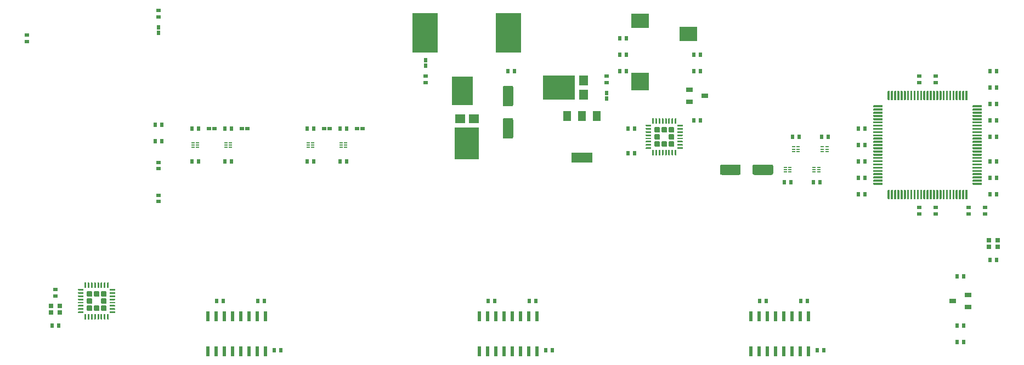
<source format=gtp>
%TF.GenerationSoftware,KiCad,Pcbnew,5.1.12*%
%TF.CreationDate,2022-02-22T11:02:29-05:00*%
%TF.ProjectId,mouse_reach_controller,6d6f7573-655f-4726-9561-63685f636f6e,1.2*%
%TF.SameCoordinates,Original*%
%TF.FileFunction,Paste,Top*%
%TF.FilePolarity,Positive*%
%FSLAX46Y46*%
G04 Gerber Fmt 4.6, Leading zero omitted, Abs format (unit mm)*
G04 Created by KiCad (PCBNEW 5.1.12) date 2022-02-22 11:02:29*
%MOMM*%
%LPD*%
G01*
G04 APERTURE LIST*
%ADD10R,0.500000X0.150000*%
%ADD11R,0.750000X0.650000*%
%ADD12R,0.600000X0.700000*%
%ADD13R,0.700000X0.600000*%
%ADD14R,1.000760X0.701040*%
%ADD15R,3.900000X6.200000*%
%ADD16R,3.300000X4.400000*%
%ADD17R,3.300000X1.600000*%
%ADD18R,1.200000X1.600000*%
%ADD19R,0.600000X1.550000*%
%ADD20R,0.500000X0.700000*%
%ADD21R,0.700000X0.500000*%
%ADD22R,1.600000X1.440000*%
%ADD23R,3.800000X4.960000*%
%ADD24R,1.440000X1.600000*%
%ADD25R,4.960000X3.800000*%
%ADD26R,2.800000X2.200000*%
%ADD27R,2.800000X2.800000*%
G04 APERTURE END LIST*
%TO.C,U1*%
G36*
G01*
X87015000Y-100382500D02*
X87015000Y-99937500D01*
G75*
G02*
X87237500Y-99715000I222500J0D01*
G01*
X87682500Y-99715000D01*
G75*
G02*
X87905000Y-99937500I0J-222500D01*
G01*
X87905000Y-100382500D01*
G75*
G02*
X87682500Y-100605000I-222500J0D01*
G01*
X87237500Y-100605000D01*
G75*
G02*
X87015000Y-100382500I0J222500D01*
G01*
G37*
G36*
G01*
X87015000Y-99282500D02*
X87015000Y-98837500D01*
G75*
G02*
X87237500Y-98615000I222500J0D01*
G01*
X87682500Y-98615000D01*
G75*
G02*
X87905000Y-98837500I0J-222500D01*
G01*
X87905000Y-99282500D01*
G75*
G02*
X87682500Y-99505000I-222500J0D01*
G01*
X87237500Y-99505000D01*
G75*
G02*
X87015000Y-99282500I0J222500D01*
G01*
G37*
G36*
G01*
X87015000Y-98182500D02*
X87015000Y-97737500D01*
G75*
G02*
X87237500Y-97515000I222500J0D01*
G01*
X87682500Y-97515000D01*
G75*
G02*
X87905000Y-97737500I0J-222500D01*
G01*
X87905000Y-98182500D01*
G75*
G02*
X87682500Y-98405000I-222500J0D01*
G01*
X87237500Y-98405000D01*
G75*
G02*
X87015000Y-98182500I0J222500D01*
G01*
G37*
G36*
G01*
X85915000Y-100382500D02*
X85915000Y-99937500D01*
G75*
G02*
X86137500Y-99715000I222500J0D01*
G01*
X86582500Y-99715000D01*
G75*
G02*
X86805000Y-99937500I0J-222500D01*
G01*
X86805000Y-100382500D01*
G75*
G02*
X86582500Y-100605000I-222500J0D01*
G01*
X86137500Y-100605000D01*
G75*
G02*
X85915000Y-100382500I0J222500D01*
G01*
G37*
G36*
G01*
X85915000Y-98182500D02*
X85915000Y-97737500D01*
G75*
G02*
X86137500Y-97515000I222500J0D01*
G01*
X86582500Y-97515000D01*
G75*
G02*
X86805000Y-97737500I0J-222500D01*
G01*
X86805000Y-98182500D01*
G75*
G02*
X86582500Y-98405000I-222500J0D01*
G01*
X86137500Y-98405000D01*
G75*
G02*
X85915000Y-98182500I0J222500D01*
G01*
G37*
G36*
G01*
X84815000Y-100382500D02*
X84815000Y-99937500D01*
G75*
G02*
X85037500Y-99715000I222500J0D01*
G01*
X85482500Y-99715000D01*
G75*
G02*
X85705000Y-99937500I0J-222500D01*
G01*
X85705000Y-100382500D01*
G75*
G02*
X85482500Y-100605000I-222500J0D01*
G01*
X85037500Y-100605000D01*
G75*
G02*
X84815000Y-100382500I0J222500D01*
G01*
G37*
G36*
G01*
X84815000Y-99282500D02*
X84815000Y-98837500D01*
G75*
G02*
X85037500Y-98615000I222500J0D01*
G01*
X85482500Y-98615000D01*
G75*
G02*
X85705000Y-98837500I0J-222500D01*
G01*
X85705000Y-99282500D01*
G75*
G02*
X85482500Y-99505000I-222500J0D01*
G01*
X85037500Y-99505000D01*
G75*
G02*
X84815000Y-99282500I0J222500D01*
G01*
G37*
G36*
G01*
X84815000Y-98182500D02*
X84815000Y-97737500D01*
G75*
G02*
X85037500Y-97515000I222500J0D01*
G01*
X85482500Y-97515000D01*
G75*
G02*
X85705000Y-97737500I0J-222500D01*
G01*
X85705000Y-98182500D01*
G75*
G02*
X85482500Y-98405000I-222500J0D01*
G01*
X85037500Y-98405000D01*
G75*
G02*
X84815000Y-98182500I0J222500D01*
G01*
G37*
G36*
G01*
X84485000Y-96997500D02*
X84485000Y-96247500D01*
G75*
G02*
X84547500Y-96185000I62500J0D01*
G01*
X84672500Y-96185000D01*
G75*
G02*
X84735000Y-96247500I0J-62500D01*
G01*
X84735000Y-96997500D01*
G75*
G02*
X84672500Y-97060000I-62500J0D01*
G01*
X84547500Y-97060000D01*
G75*
G02*
X84485000Y-96997500I0J62500D01*
G01*
G37*
G36*
G01*
X84985000Y-96997500D02*
X84985000Y-96247500D01*
G75*
G02*
X85047500Y-96185000I62500J0D01*
G01*
X85172500Y-96185000D01*
G75*
G02*
X85235000Y-96247500I0J-62500D01*
G01*
X85235000Y-96997500D01*
G75*
G02*
X85172500Y-97060000I-62500J0D01*
G01*
X85047500Y-97060000D01*
G75*
G02*
X84985000Y-96997500I0J62500D01*
G01*
G37*
G36*
G01*
X85485000Y-96997500D02*
X85485000Y-96247500D01*
G75*
G02*
X85547500Y-96185000I62500J0D01*
G01*
X85672500Y-96185000D01*
G75*
G02*
X85735000Y-96247500I0J-62500D01*
G01*
X85735000Y-96997500D01*
G75*
G02*
X85672500Y-97060000I-62500J0D01*
G01*
X85547500Y-97060000D01*
G75*
G02*
X85485000Y-96997500I0J62500D01*
G01*
G37*
G36*
G01*
X85985000Y-96997500D02*
X85985000Y-96247500D01*
G75*
G02*
X86047500Y-96185000I62500J0D01*
G01*
X86172500Y-96185000D01*
G75*
G02*
X86235000Y-96247500I0J-62500D01*
G01*
X86235000Y-96997500D01*
G75*
G02*
X86172500Y-97060000I-62500J0D01*
G01*
X86047500Y-97060000D01*
G75*
G02*
X85985000Y-96997500I0J62500D01*
G01*
G37*
G36*
G01*
X86485000Y-96997500D02*
X86485000Y-96247500D01*
G75*
G02*
X86547500Y-96185000I62500J0D01*
G01*
X86672500Y-96185000D01*
G75*
G02*
X86735000Y-96247500I0J-62500D01*
G01*
X86735000Y-96997500D01*
G75*
G02*
X86672500Y-97060000I-62500J0D01*
G01*
X86547500Y-97060000D01*
G75*
G02*
X86485000Y-96997500I0J62500D01*
G01*
G37*
G36*
G01*
X86985000Y-96997500D02*
X86985000Y-96247500D01*
G75*
G02*
X87047500Y-96185000I62500J0D01*
G01*
X87172500Y-96185000D01*
G75*
G02*
X87235000Y-96247500I0J-62500D01*
G01*
X87235000Y-96997500D01*
G75*
G02*
X87172500Y-97060000I-62500J0D01*
G01*
X87047500Y-97060000D01*
G75*
G02*
X86985000Y-96997500I0J62500D01*
G01*
G37*
G36*
G01*
X87485000Y-96997500D02*
X87485000Y-96247500D01*
G75*
G02*
X87547500Y-96185000I62500J0D01*
G01*
X87672500Y-96185000D01*
G75*
G02*
X87735000Y-96247500I0J-62500D01*
G01*
X87735000Y-96997500D01*
G75*
G02*
X87672500Y-97060000I-62500J0D01*
G01*
X87547500Y-97060000D01*
G75*
G02*
X87485000Y-96997500I0J62500D01*
G01*
G37*
G36*
G01*
X87985000Y-96997500D02*
X87985000Y-96247500D01*
G75*
G02*
X88047500Y-96185000I62500J0D01*
G01*
X88172500Y-96185000D01*
G75*
G02*
X88235000Y-96247500I0J-62500D01*
G01*
X88235000Y-96997500D01*
G75*
G02*
X88172500Y-97060000I-62500J0D01*
G01*
X88047500Y-97060000D01*
G75*
G02*
X87985000Y-96997500I0J62500D01*
G01*
G37*
G36*
G01*
X88360000Y-97372500D02*
X88360000Y-97247500D01*
G75*
G02*
X88422500Y-97185000I62500J0D01*
G01*
X89172500Y-97185000D01*
G75*
G02*
X89235000Y-97247500I0J-62500D01*
G01*
X89235000Y-97372500D01*
G75*
G02*
X89172500Y-97435000I-62500J0D01*
G01*
X88422500Y-97435000D01*
G75*
G02*
X88360000Y-97372500I0J62500D01*
G01*
G37*
G36*
G01*
X88360000Y-97872500D02*
X88360000Y-97747500D01*
G75*
G02*
X88422500Y-97685000I62500J0D01*
G01*
X89172500Y-97685000D01*
G75*
G02*
X89235000Y-97747500I0J-62500D01*
G01*
X89235000Y-97872500D01*
G75*
G02*
X89172500Y-97935000I-62500J0D01*
G01*
X88422500Y-97935000D01*
G75*
G02*
X88360000Y-97872500I0J62500D01*
G01*
G37*
G36*
G01*
X88360000Y-98372500D02*
X88360000Y-98247500D01*
G75*
G02*
X88422500Y-98185000I62500J0D01*
G01*
X89172500Y-98185000D01*
G75*
G02*
X89235000Y-98247500I0J-62500D01*
G01*
X89235000Y-98372500D01*
G75*
G02*
X89172500Y-98435000I-62500J0D01*
G01*
X88422500Y-98435000D01*
G75*
G02*
X88360000Y-98372500I0J62500D01*
G01*
G37*
G36*
G01*
X88360000Y-98872500D02*
X88360000Y-98747500D01*
G75*
G02*
X88422500Y-98685000I62500J0D01*
G01*
X89172500Y-98685000D01*
G75*
G02*
X89235000Y-98747500I0J-62500D01*
G01*
X89235000Y-98872500D01*
G75*
G02*
X89172500Y-98935000I-62500J0D01*
G01*
X88422500Y-98935000D01*
G75*
G02*
X88360000Y-98872500I0J62500D01*
G01*
G37*
G36*
G01*
X88360000Y-99372500D02*
X88360000Y-99247500D01*
G75*
G02*
X88422500Y-99185000I62500J0D01*
G01*
X89172500Y-99185000D01*
G75*
G02*
X89235000Y-99247500I0J-62500D01*
G01*
X89235000Y-99372500D01*
G75*
G02*
X89172500Y-99435000I-62500J0D01*
G01*
X88422500Y-99435000D01*
G75*
G02*
X88360000Y-99372500I0J62500D01*
G01*
G37*
G36*
G01*
X88360000Y-99872500D02*
X88360000Y-99747500D01*
G75*
G02*
X88422500Y-99685000I62500J0D01*
G01*
X89172500Y-99685000D01*
G75*
G02*
X89235000Y-99747500I0J-62500D01*
G01*
X89235000Y-99872500D01*
G75*
G02*
X89172500Y-99935000I-62500J0D01*
G01*
X88422500Y-99935000D01*
G75*
G02*
X88360000Y-99872500I0J62500D01*
G01*
G37*
G36*
G01*
X88360000Y-100372500D02*
X88360000Y-100247500D01*
G75*
G02*
X88422500Y-100185000I62500J0D01*
G01*
X89172500Y-100185000D01*
G75*
G02*
X89235000Y-100247500I0J-62500D01*
G01*
X89235000Y-100372500D01*
G75*
G02*
X89172500Y-100435000I-62500J0D01*
G01*
X88422500Y-100435000D01*
G75*
G02*
X88360000Y-100372500I0J62500D01*
G01*
G37*
G36*
G01*
X88360000Y-100872500D02*
X88360000Y-100747500D01*
G75*
G02*
X88422500Y-100685000I62500J0D01*
G01*
X89172500Y-100685000D01*
G75*
G02*
X89235000Y-100747500I0J-62500D01*
G01*
X89235000Y-100872500D01*
G75*
G02*
X89172500Y-100935000I-62500J0D01*
G01*
X88422500Y-100935000D01*
G75*
G02*
X88360000Y-100872500I0J62500D01*
G01*
G37*
G36*
G01*
X87985000Y-101872500D02*
X87985000Y-101122500D01*
G75*
G02*
X88047500Y-101060000I62500J0D01*
G01*
X88172500Y-101060000D01*
G75*
G02*
X88235000Y-101122500I0J-62500D01*
G01*
X88235000Y-101872500D01*
G75*
G02*
X88172500Y-101935000I-62500J0D01*
G01*
X88047500Y-101935000D01*
G75*
G02*
X87985000Y-101872500I0J62500D01*
G01*
G37*
G36*
G01*
X87485000Y-101872500D02*
X87485000Y-101122500D01*
G75*
G02*
X87547500Y-101060000I62500J0D01*
G01*
X87672500Y-101060000D01*
G75*
G02*
X87735000Y-101122500I0J-62500D01*
G01*
X87735000Y-101872500D01*
G75*
G02*
X87672500Y-101935000I-62500J0D01*
G01*
X87547500Y-101935000D01*
G75*
G02*
X87485000Y-101872500I0J62500D01*
G01*
G37*
G36*
G01*
X86985000Y-101872500D02*
X86985000Y-101122500D01*
G75*
G02*
X87047500Y-101060000I62500J0D01*
G01*
X87172500Y-101060000D01*
G75*
G02*
X87235000Y-101122500I0J-62500D01*
G01*
X87235000Y-101872500D01*
G75*
G02*
X87172500Y-101935000I-62500J0D01*
G01*
X87047500Y-101935000D01*
G75*
G02*
X86985000Y-101872500I0J62500D01*
G01*
G37*
G36*
G01*
X86485000Y-101872500D02*
X86485000Y-101122500D01*
G75*
G02*
X86547500Y-101060000I62500J0D01*
G01*
X86672500Y-101060000D01*
G75*
G02*
X86735000Y-101122500I0J-62500D01*
G01*
X86735000Y-101872500D01*
G75*
G02*
X86672500Y-101935000I-62500J0D01*
G01*
X86547500Y-101935000D01*
G75*
G02*
X86485000Y-101872500I0J62500D01*
G01*
G37*
G36*
G01*
X85985000Y-101872500D02*
X85985000Y-101122500D01*
G75*
G02*
X86047500Y-101060000I62500J0D01*
G01*
X86172500Y-101060000D01*
G75*
G02*
X86235000Y-101122500I0J-62500D01*
G01*
X86235000Y-101872500D01*
G75*
G02*
X86172500Y-101935000I-62500J0D01*
G01*
X86047500Y-101935000D01*
G75*
G02*
X85985000Y-101872500I0J62500D01*
G01*
G37*
G36*
G01*
X85485000Y-101872500D02*
X85485000Y-101122500D01*
G75*
G02*
X85547500Y-101060000I62500J0D01*
G01*
X85672500Y-101060000D01*
G75*
G02*
X85735000Y-101122500I0J-62500D01*
G01*
X85735000Y-101872500D01*
G75*
G02*
X85672500Y-101935000I-62500J0D01*
G01*
X85547500Y-101935000D01*
G75*
G02*
X85485000Y-101872500I0J62500D01*
G01*
G37*
G36*
G01*
X84985000Y-101872500D02*
X84985000Y-101122500D01*
G75*
G02*
X85047500Y-101060000I62500J0D01*
G01*
X85172500Y-101060000D01*
G75*
G02*
X85235000Y-101122500I0J-62500D01*
G01*
X85235000Y-101872500D01*
G75*
G02*
X85172500Y-101935000I-62500J0D01*
G01*
X85047500Y-101935000D01*
G75*
G02*
X84985000Y-101872500I0J62500D01*
G01*
G37*
G36*
G01*
X84485000Y-101872500D02*
X84485000Y-101122500D01*
G75*
G02*
X84547500Y-101060000I62500J0D01*
G01*
X84672500Y-101060000D01*
G75*
G02*
X84735000Y-101122500I0J-62500D01*
G01*
X84735000Y-101872500D01*
G75*
G02*
X84672500Y-101935000I-62500J0D01*
G01*
X84547500Y-101935000D01*
G75*
G02*
X84485000Y-101872500I0J62500D01*
G01*
G37*
G36*
G01*
X83485000Y-100872500D02*
X83485000Y-100747500D01*
G75*
G02*
X83547500Y-100685000I62500J0D01*
G01*
X84297500Y-100685000D01*
G75*
G02*
X84360000Y-100747500I0J-62500D01*
G01*
X84360000Y-100872500D01*
G75*
G02*
X84297500Y-100935000I-62500J0D01*
G01*
X83547500Y-100935000D01*
G75*
G02*
X83485000Y-100872500I0J62500D01*
G01*
G37*
G36*
G01*
X83485000Y-100372500D02*
X83485000Y-100247500D01*
G75*
G02*
X83547500Y-100185000I62500J0D01*
G01*
X84297500Y-100185000D01*
G75*
G02*
X84360000Y-100247500I0J-62500D01*
G01*
X84360000Y-100372500D01*
G75*
G02*
X84297500Y-100435000I-62500J0D01*
G01*
X83547500Y-100435000D01*
G75*
G02*
X83485000Y-100372500I0J62500D01*
G01*
G37*
G36*
G01*
X83485000Y-99872500D02*
X83485000Y-99747500D01*
G75*
G02*
X83547500Y-99685000I62500J0D01*
G01*
X84297500Y-99685000D01*
G75*
G02*
X84360000Y-99747500I0J-62500D01*
G01*
X84360000Y-99872500D01*
G75*
G02*
X84297500Y-99935000I-62500J0D01*
G01*
X83547500Y-99935000D01*
G75*
G02*
X83485000Y-99872500I0J62500D01*
G01*
G37*
G36*
G01*
X83485000Y-99372500D02*
X83485000Y-99247500D01*
G75*
G02*
X83547500Y-99185000I62500J0D01*
G01*
X84297500Y-99185000D01*
G75*
G02*
X84360000Y-99247500I0J-62500D01*
G01*
X84360000Y-99372500D01*
G75*
G02*
X84297500Y-99435000I-62500J0D01*
G01*
X83547500Y-99435000D01*
G75*
G02*
X83485000Y-99372500I0J62500D01*
G01*
G37*
G36*
G01*
X83485000Y-98872500D02*
X83485000Y-98747500D01*
G75*
G02*
X83547500Y-98685000I62500J0D01*
G01*
X84297500Y-98685000D01*
G75*
G02*
X84360000Y-98747500I0J-62500D01*
G01*
X84360000Y-98872500D01*
G75*
G02*
X84297500Y-98935000I-62500J0D01*
G01*
X83547500Y-98935000D01*
G75*
G02*
X83485000Y-98872500I0J62500D01*
G01*
G37*
G36*
G01*
X83485000Y-98372500D02*
X83485000Y-98247500D01*
G75*
G02*
X83547500Y-98185000I62500J0D01*
G01*
X84297500Y-98185000D01*
G75*
G02*
X84360000Y-98247500I0J-62500D01*
G01*
X84360000Y-98372500D01*
G75*
G02*
X84297500Y-98435000I-62500J0D01*
G01*
X83547500Y-98435000D01*
G75*
G02*
X83485000Y-98372500I0J62500D01*
G01*
G37*
G36*
G01*
X83485000Y-97872500D02*
X83485000Y-97747500D01*
G75*
G02*
X83547500Y-97685000I62500J0D01*
G01*
X84297500Y-97685000D01*
G75*
G02*
X84360000Y-97747500I0J-62500D01*
G01*
X84360000Y-97872500D01*
G75*
G02*
X84297500Y-97935000I-62500J0D01*
G01*
X83547500Y-97935000D01*
G75*
G02*
X83485000Y-97872500I0J62500D01*
G01*
G37*
G36*
G01*
X83485000Y-97372500D02*
X83485000Y-97247500D01*
G75*
G02*
X83547500Y-97185000I62500J0D01*
G01*
X84297500Y-97185000D01*
G75*
G02*
X84360000Y-97247500I0J-62500D01*
G01*
X84360000Y-97372500D01*
G75*
G02*
X84297500Y-97435000I-62500J0D01*
G01*
X83547500Y-97435000D01*
G75*
G02*
X83485000Y-97372500I0J62500D01*
G01*
G37*
%TD*%
%TO.C,U10*%
G36*
G01*
X172667500Y-74315000D02*
X173112500Y-74315000D01*
G75*
G02*
X173335000Y-74537500I0J-222500D01*
G01*
X173335000Y-74982500D01*
G75*
G02*
X173112500Y-75205000I-222500J0D01*
G01*
X172667500Y-75205000D01*
G75*
G02*
X172445000Y-74982500I0J222500D01*
G01*
X172445000Y-74537500D01*
G75*
G02*
X172667500Y-74315000I222500J0D01*
G01*
G37*
G36*
G01*
X173767500Y-74315000D02*
X174212500Y-74315000D01*
G75*
G02*
X174435000Y-74537500I0J-222500D01*
G01*
X174435000Y-74982500D01*
G75*
G02*
X174212500Y-75205000I-222500J0D01*
G01*
X173767500Y-75205000D01*
G75*
G02*
X173545000Y-74982500I0J222500D01*
G01*
X173545000Y-74537500D01*
G75*
G02*
X173767500Y-74315000I222500J0D01*
G01*
G37*
G36*
G01*
X174867500Y-74315000D02*
X175312500Y-74315000D01*
G75*
G02*
X175535000Y-74537500I0J-222500D01*
G01*
X175535000Y-74982500D01*
G75*
G02*
X175312500Y-75205000I-222500J0D01*
G01*
X174867500Y-75205000D01*
G75*
G02*
X174645000Y-74982500I0J222500D01*
G01*
X174645000Y-74537500D01*
G75*
G02*
X174867500Y-74315000I222500J0D01*
G01*
G37*
G36*
G01*
X172667500Y-73215000D02*
X173112500Y-73215000D01*
G75*
G02*
X173335000Y-73437500I0J-222500D01*
G01*
X173335000Y-73882500D01*
G75*
G02*
X173112500Y-74105000I-222500J0D01*
G01*
X172667500Y-74105000D01*
G75*
G02*
X172445000Y-73882500I0J222500D01*
G01*
X172445000Y-73437500D01*
G75*
G02*
X172667500Y-73215000I222500J0D01*
G01*
G37*
G36*
G01*
X174867500Y-73215000D02*
X175312500Y-73215000D01*
G75*
G02*
X175535000Y-73437500I0J-222500D01*
G01*
X175535000Y-73882500D01*
G75*
G02*
X175312500Y-74105000I-222500J0D01*
G01*
X174867500Y-74105000D01*
G75*
G02*
X174645000Y-73882500I0J222500D01*
G01*
X174645000Y-73437500D01*
G75*
G02*
X174867500Y-73215000I222500J0D01*
G01*
G37*
G36*
G01*
X172667500Y-72115000D02*
X173112500Y-72115000D01*
G75*
G02*
X173335000Y-72337500I0J-222500D01*
G01*
X173335000Y-72782500D01*
G75*
G02*
X173112500Y-73005000I-222500J0D01*
G01*
X172667500Y-73005000D01*
G75*
G02*
X172445000Y-72782500I0J222500D01*
G01*
X172445000Y-72337500D01*
G75*
G02*
X172667500Y-72115000I222500J0D01*
G01*
G37*
G36*
G01*
X173767500Y-72115000D02*
X174212500Y-72115000D01*
G75*
G02*
X174435000Y-72337500I0J-222500D01*
G01*
X174435000Y-72782500D01*
G75*
G02*
X174212500Y-73005000I-222500J0D01*
G01*
X173767500Y-73005000D01*
G75*
G02*
X173545000Y-72782500I0J222500D01*
G01*
X173545000Y-72337500D01*
G75*
G02*
X173767500Y-72115000I222500J0D01*
G01*
G37*
G36*
G01*
X174867500Y-72115000D02*
X175312500Y-72115000D01*
G75*
G02*
X175535000Y-72337500I0J-222500D01*
G01*
X175535000Y-72782500D01*
G75*
G02*
X175312500Y-73005000I-222500J0D01*
G01*
X174867500Y-73005000D01*
G75*
G02*
X174645000Y-72782500I0J222500D01*
G01*
X174645000Y-72337500D01*
G75*
G02*
X174867500Y-72115000I222500J0D01*
G01*
G37*
G36*
G01*
X176052500Y-71785000D02*
X176802500Y-71785000D01*
G75*
G02*
X176865000Y-71847500I0J-62500D01*
G01*
X176865000Y-71972500D01*
G75*
G02*
X176802500Y-72035000I-62500J0D01*
G01*
X176052500Y-72035000D01*
G75*
G02*
X175990000Y-71972500I0J62500D01*
G01*
X175990000Y-71847500D01*
G75*
G02*
X176052500Y-71785000I62500J0D01*
G01*
G37*
G36*
G01*
X176052500Y-72285000D02*
X176802500Y-72285000D01*
G75*
G02*
X176865000Y-72347500I0J-62500D01*
G01*
X176865000Y-72472500D01*
G75*
G02*
X176802500Y-72535000I-62500J0D01*
G01*
X176052500Y-72535000D01*
G75*
G02*
X175990000Y-72472500I0J62500D01*
G01*
X175990000Y-72347500D01*
G75*
G02*
X176052500Y-72285000I62500J0D01*
G01*
G37*
G36*
G01*
X176052500Y-72785000D02*
X176802500Y-72785000D01*
G75*
G02*
X176865000Y-72847500I0J-62500D01*
G01*
X176865000Y-72972500D01*
G75*
G02*
X176802500Y-73035000I-62500J0D01*
G01*
X176052500Y-73035000D01*
G75*
G02*
X175990000Y-72972500I0J62500D01*
G01*
X175990000Y-72847500D01*
G75*
G02*
X176052500Y-72785000I62500J0D01*
G01*
G37*
G36*
G01*
X176052500Y-73285000D02*
X176802500Y-73285000D01*
G75*
G02*
X176865000Y-73347500I0J-62500D01*
G01*
X176865000Y-73472500D01*
G75*
G02*
X176802500Y-73535000I-62500J0D01*
G01*
X176052500Y-73535000D01*
G75*
G02*
X175990000Y-73472500I0J62500D01*
G01*
X175990000Y-73347500D01*
G75*
G02*
X176052500Y-73285000I62500J0D01*
G01*
G37*
G36*
G01*
X176052500Y-73785000D02*
X176802500Y-73785000D01*
G75*
G02*
X176865000Y-73847500I0J-62500D01*
G01*
X176865000Y-73972500D01*
G75*
G02*
X176802500Y-74035000I-62500J0D01*
G01*
X176052500Y-74035000D01*
G75*
G02*
X175990000Y-73972500I0J62500D01*
G01*
X175990000Y-73847500D01*
G75*
G02*
X176052500Y-73785000I62500J0D01*
G01*
G37*
G36*
G01*
X176052500Y-74285000D02*
X176802500Y-74285000D01*
G75*
G02*
X176865000Y-74347500I0J-62500D01*
G01*
X176865000Y-74472500D01*
G75*
G02*
X176802500Y-74535000I-62500J0D01*
G01*
X176052500Y-74535000D01*
G75*
G02*
X175990000Y-74472500I0J62500D01*
G01*
X175990000Y-74347500D01*
G75*
G02*
X176052500Y-74285000I62500J0D01*
G01*
G37*
G36*
G01*
X176052500Y-74785000D02*
X176802500Y-74785000D01*
G75*
G02*
X176865000Y-74847500I0J-62500D01*
G01*
X176865000Y-74972500D01*
G75*
G02*
X176802500Y-75035000I-62500J0D01*
G01*
X176052500Y-75035000D01*
G75*
G02*
X175990000Y-74972500I0J62500D01*
G01*
X175990000Y-74847500D01*
G75*
G02*
X176052500Y-74785000I62500J0D01*
G01*
G37*
G36*
G01*
X176052500Y-75285000D02*
X176802500Y-75285000D01*
G75*
G02*
X176865000Y-75347500I0J-62500D01*
G01*
X176865000Y-75472500D01*
G75*
G02*
X176802500Y-75535000I-62500J0D01*
G01*
X176052500Y-75535000D01*
G75*
G02*
X175990000Y-75472500I0J62500D01*
G01*
X175990000Y-75347500D01*
G75*
G02*
X176052500Y-75285000I62500J0D01*
G01*
G37*
G36*
G01*
X175677500Y-75660000D02*
X175802500Y-75660000D01*
G75*
G02*
X175865000Y-75722500I0J-62500D01*
G01*
X175865000Y-76472500D01*
G75*
G02*
X175802500Y-76535000I-62500J0D01*
G01*
X175677500Y-76535000D01*
G75*
G02*
X175615000Y-76472500I0J62500D01*
G01*
X175615000Y-75722500D01*
G75*
G02*
X175677500Y-75660000I62500J0D01*
G01*
G37*
G36*
G01*
X175177500Y-75660000D02*
X175302500Y-75660000D01*
G75*
G02*
X175365000Y-75722500I0J-62500D01*
G01*
X175365000Y-76472500D01*
G75*
G02*
X175302500Y-76535000I-62500J0D01*
G01*
X175177500Y-76535000D01*
G75*
G02*
X175115000Y-76472500I0J62500D01*
G01*
X175115000Y-75722500D01*
G75*
G02*
X175177500Y-75660000I62500J0D01*
G01*
G37*
G36*
G01*
X174677500Y-75660000D02*
X174802500Y-75660000D01*
G75*
G02*
X174865000Y-75722500I0J-62500D01*
G01*
X174865000Y-76472500D01*
G75*
G02*
X174802500Y-76535000I-62500J0D01*
G01*
X174677500Y-76535000D01*
G75*
G02*
X174615000Y-76472500I0J62500D01*
G01*
X174615000Y-75722500D01*
G75*
G02*
X174677500Y-75660000I62500J0D01*
G01*
G37*
G36*
G01*
X174177500Y-75660000D02*
X174302500Y-75660000D01*
G75*
G02*
X174365000Y-75722500I0J-62500D01*
G01*
X174365000Y-76472500D01*
G75*
G02*
X174302500Y-76535000I-62500J0D01*
G01*
X174177500Y-76535000D01*
G75*
G02*
X174115000Y-76472500I0J62500D01*
G01*
X174115000Y-75722500D01*
G75*
G02*
X174177500Y-75660000I62500J0D01*
G01*
G37*
G36*
G01*
X173677500Y-75660000D02*
X173802500Y-75660000D01*
G75*
G02*
X173865000Y-75722500I0J-62500D01*
G01*
X173865000Y-76472500D01*
G75*
G02*
X173802500Y-76535000I-62500J0D01*
G01*
X173677500Y-76535000D01*
G75*
G02*
X173615000Y-76472500I0J62500D01*
G01*
X173615000Y-75722500D01*
G75*
G02*
X173677500Y-75660000I62500J0D01*
G01*
G37*
G36*
G01*
X173177500Y-75660000D02*
X173302500Y-75660000D01*
G75*
G02*
X173365000Y-75722500I0J-62500D01*
G01*
X173365000Y-76472500D01*
G75*
G02*
X173302500Y-76535000I-62500J0D01*
G01*
X173177500Y-76535000D01*
G75*
G02*
X173115000Y-76472500I0J62500D01*
G01*
X173115000Y-75722500D01*
G75*
G02*
X173177500Y-75660000I62500J0D01*
G01*
G37*
G36*
G01*
X172677500Y-75660000D02*
X172802500Y-75660000D01*
G75*
G02*
X172865000Y-75722500I0J-62500D01*
G01*
X172865000Y-76472500D01*
G75*
G02*
X172802500Y-76535000I-62500J0D01*
G01*
X172677500Y-76535000D01*
G75*
G02*
X172615000Y-76472500I0J62500D01*
G01*
X172615000Y-75722500D01*
G75*
G02*
X172677500Y-75660000I62500J0D01*
G01*
G37*
G36*
G01*
X172177500Y-75660000D02*
X172302500Y-75660000D01*
G75*
G02*
X172365000Y-75722500I0J-62500D01*
G01*
X172365000Y-76472500D01*
G75*
G02*
X172302500Y-76535000I-62500J0D01*
G01*
X172177500Y-76535000D01*
G75*
G02*
X172115000Y-76472500I0J62500D01*
G01*
X172115000Y-75722500D01*
G75*
G02*
X172177500Y-75660000I62500J0D01*
G01*
G37*
G36*
G01*
X171177500Y-75285000D02*
X171927500Y-75285000D01*
G75*
G02*
X171990000Y-75347500I0J-62500D01*
G01*
X171990000Y-75472500D01*
G75*
G02*
X171927500Y-75535000I-62500J0D01*
G01*
X171177500Y-75535000D01*
G75*
G02*
X171115000Y-75472500I0J62500D01*
G01*
X171115000Y-75347500D01*
G75*
G02*
X171177500Y-75285000I62500J0D01*
G01*
G37*
G36*
G01*
X171177500Y-74785000D02*
X171927500Y-74785000D01*
G75*
G02*
X171990000Y-74847500I0J-62500D01*
G01*
X171990000Y-74972500D01*
G75*
G02*
X171927500Y-75035000I-62500J0D01*
G01*
X171177500Y-75035000D01*
G75*
G02*
X171115000Y-74972500I0J62500D01*
G01*
X171115000Y-74847500D01*
G75*
G02*
X171177500Y-74785000I62500J0D01*
G01*
G37*
G36*
G01*
X171177500Y-74285000D02*
X171927500Y-74285000D01*
G75*
G02*
X171990000Y-74347500I0J-62500D01*
G01*
X171990000Y-74472500D01*
G75*
G02*
X171927500Y-74535000I-62500J0D01*
G01*
X171177500Y-74535000D01*
G75*
G02*
X171115000Y-74472500I0J62500D01*
G01*
X171115000Y-74347500D01*
G75*
G02*
X171177500Y-74285000I62500J0D01*
G01*
G37*
G36*
G01*
X171177500Y-73785000D02*
X171927500Y-73785000D01*
G75*
G02*
X171990000Y-73847500I0J-62500D01*
G01*
X171990000Y-73972500D01*
G75*
G02*
X171927500Y-74035000I-62500J0D01*
G01*
X171177500Y-74035000D01*
G75*
G02*
X171115000Y-73972500I0J62500D01*
G01*
X171115000Y-73847500D01*
G75*
G02*
X171177500Y-73785000I62500J0D01*
G01*
G37*
G36*
G01*
X171177500Y-73285000D02*
X171927500Y-73285000D01*
G75*
G02*
X171990000Y-73347500I0J-62500D01*
G01*
X171990000Y-73472500D01*
G75*
G02*
X171927500Y-73535000I-62500J0D01*
G01*
X171177500Y-73535000D01*
G75*
G02*
X171115000Y-73472500I0J62500D01*
G01*
X171115000Y-73347500D01*
G75*
G02*
X171177500Y-73285000I62500J0D01*
G01*
G37*
G36*
G01*
X171177500Y-72785000D02*
X171927500Y-72785000D01*
G75*
G02*
X171990000Y-72847500I0J-62500D01*
G01*
X171990000Y-72972500D01*
G75*
G02*
X171927500Y-73035000I-62500J0D01*
G01*
X171177500Y-73035000D01*
G75*
G02*
X171115000Y-72972500I0J62500D01*
G01*
X171115000Y-72847500D01*
G75*
G02*
X171177500Y-72785000I62500J0D01*
G01*
G37*
G36*
G01*
X171177500Y-72285000D02*
X171927500Y-72285000D01*
G75*
G02*
X171990000Y-72347500I0J-62500D01*
G01*
X171990000Y-72472500D01*
G75*
G02*
X171927500Y-72535000I-62500J0D01*
G01*
X171177500Y-72535000D01*
G75*
G02*
X171115000Y-72472500I0J62500D01*
G01*
X171115000Y-72347500D01*
G75*
G02*
X171177500Y-72285000I62500J0D01*
G01*
G37*
G36*
G01*
X171177500Y-71785000D02*
X171927500Y-71785000D01*
G75*
G02*
X171990000Y-71847500I0J-62500D01*
G01*
X171990000Y-71972500D01*
G75*
G02*
X171927500Y-72035000I-62500J0D01*
G01*
X171177500Y-72035000D01*
G75*
G02*
X171115000Y-71972500I0J62500D01*
G01*
X171115000Y-71847500D01*
G75*
G02*
X171177500Y-71785000I62500J0D01*
G01*
G37*
G36*
G01*
X172177500Y-70785000D02*
X172302500Y-70785000D01*
G75*
G02*
X172365000Y-70847500I0J-62500D01*
G01*
X172365000Y-71597500D01*
G75*
G02*
X172302500Y-71660000I-62500J0D01*
G01*
X172177500Y-71660000D01*
G75*
G02*
X172115000Y-71597500I0J62500D01*
G01*
X172115000Y-70847500D01*
G75*
G02*
X172177500Y-70785000I62500J0D01*
G01*
G37*
G36*
G01*
X172677500Y-70785000D02*
X172802500Y-70785000D01*
G75*
G02*
X172865000Y-70847500I0J-62500D01*
G01*
X172865000Y-71597500D01*
G75*
G02*
X172802500Y-71660000I-62500J0D01*
G01*
X172677500Y-71660000D01*
G75*
G02*
X172615000Y-71597500I0J62500D01*
G01*
X172615000Y-70847500D01*
G75*
G02*
X172677500Y-70785000I62500J0D01*
G01*
G37*
G36*
G01*
X173177500Y-70785000D02*
X173302500Y-70785000D01*
G75*
G02*
X173365000Y-70847500I0J-62500D01*
G01*
X173365000Y-71597500D01*
G75*
G02*
X173302500Y-71660000I-62500J0D01*
G01*
X173177500Y-71660000D01*
G75*
G02*
X173115000Y-71597500I0J62500D01*
G01*
X173115000Y-70847500D01*
G75*
G02*
X173177500Y-70785000I62500J0D01*
G01*
G37*
G36*
G01*
X173677500Y-70785000D02*
X173802500Y-70785000D01*
G75*
G02*
X173865000Y-70847500I0J-62500D01*
G01*
X173865000Y-71597500D01*
G75*
G02*
X173802500Y-71660000I-62500J0D01*
G01*
X173677500Y-71660000D01*
G75*
G02*
X173615000Y-71597500I0J62500D01*
G01*
X173615000Y-70847500D01*
G75*
G02*
X173677500Y-70785000I62500J0D01*
G01*
G37*
G36*
G01*
X174177500Y-70785000D02*
X174302500Y-70785000D01*
G75*
G02*
X174365000Y-70847500I0J-62500D01*
G01*
X174365000Y-71597500D01*
G75*
G02*
X174302500Y-71660000I-62500J0D01*
G01*
X174177500Y-71660000D01*
G75*
G02*
X174115000Y-71597500I0J62500D01*
G01*
X174115000Y-70847500D01*
G75*
G02*
X174177500Y-70785000I62500J0D01*
G01*
G37*
G36*
G01*
X174677500Y-70785000D02*
X174802500Y-70785000D01*
G75*
G02*
X174865000Y-70847500I0J-62500D01*
G01*
X174865000Y-71597500D01*
G75*
G02*
X174802500Y-71660000I-62500J0D01*
G01*
X174677500Y-71660000D01*
G75*
G02*
X174615000Y-71597500I0J62500D01*
G01*
X174615000Y-70847500D01*
G75*
G02*
X174677500Y-70785000I62500J0D01*
G01*
G37*
G36*
G01*
X175177500Y-70785000D02*
X175302500Y-70785000D01*
G75*
G02*
X175365000Y-70847500I0J-62500D01*
G01*
X175365000Y-71597500D01*
G75*
G02*
X175302500Y-71660000I-62500J0D01*
G01*
X175177500Y-71660000D01*
G75*
G02*
X175115000Y-71597500I0J62500D01*
G01*
X175115000Y-70847500D01*
G75*
G02*
X175177500Y-70785000I62500J0D01*
G01*
G37*
G36*
G01*
X175677500Y-70785000D02*
X175802500Y-70785000D01*
G75*
G02*
X175865000Y-70847500I0J-62500D01*
G01*
X175865000Y-71597500D01*
G75*
G02*
X175802500Y-71660000I-62500J0D01*
G01*
X175677500Y-71660000D01*
G75*
G02*
X175615000Y-71597500I0J62500D01*
G01*
X175615000Y-70847500D01*
G75*
G02*
X175677500Y-70785000I62500J0D01*
G01*
G37*
%TD*%
D10*
%TO.C,U20*%
X124110000Y-74930000D03*
X124110000Y-75280000D03*
X124110000Y-74580000D03*
X124810000Y-74580000D03*
X124810000Y-74930000D03*
X124810000Y-75280000D03*
%TD*%
%TO.C,U19*%
X119030000Y-74930000D03*
X119030000Y-75280000D03*
X119030000Y-74580000D03*
X119730000Y-74580000D03*
X119730000Y-74930000D03*
X119730000Y-75280000D03*
%TD*%
%TO.C,U18*%
X106330000Y-74930000D03*
X106330000Y-75280000D03*
X106330000Y-74580000D03*
X107030000Y-74580000D03*
X107030000Y-74930000D03*
X107030000Y-75280000D03*
%TD*%
%TO.C,U17*%
X101250000Y-74930000D03*
X101250000Y-75280000D03*
X101250000Y-74580000D03*
X101950000Y-74580000D03*
X101950000Y-74930000D03*
X101950000Y-75280000D03*
%TD*%
%TO.C,U16*%
X197135000Y-78740000D03*
X197135000Y-79090000D03*
X197135000Y-78390000D03*
X197835000Y-78390000D03*
X197835000Y-78740000D03*
X197835000Y-79090000D03*
%TD*%
%TO.C,U15*%
X192690000Y-78740000D03*
X192690000Y-79090000D03*
X192690000Y-78390000D03*
X193390000Y-78390000D03*
X193390000Y-78740000D03*
X193390000Y-79090000D03*
%TD*%
%TO.C,U12*%
X199105000Y-75565000D03*
X199105000Y-75215000D03*
X199105000Y-75915000D03*
X198405000Y-75915000D03*
X198405000Y-75565000D03*
X198405000Y-75215000D03*
%TD*%
%TO.C,U13*%
X194660000Y-75565000D03*
X194660000Y-75215000D03*
X194660000Y-75915000D03*
X193960000Y-75915000D03*
X193960000Y-75565000D03*
X193960000Y-75215000D03*
%TD*%
D11*
%TO.C,CLK2*%
X224140000Y-90670000D03*
X225440000Y-90670000D03*
X225440000Y-89670000D03*
X224140000Y-89670000D03*
%TD*%
%TO.C,CLK1*%
X79360000Y-100830000D03*
X80660000Y-100830000D03*
X80660000Y-99830000D03*
X79360000Y-99830000D03*
%TD*%
D12*
%TO.C,I1*%
X168140000Y-58420000D03*
X167140000Y-58420000D03*
%TD*%
%TO.C,U14*%
G36*
G01*
X208480000Y-67930000D02*
X208480000Y-66605000D01*
G75*
G02*
X208555000Y-66530000I75000J0D01*
G01*
X208705000Y-66530000D01*
G75*
G02*
X208780000Y-66605000I0J-75000D01*
G01*
X208780000Y-67930000D01*
G75*
G02*
X208705000Y-68005000I-75000J0D01*
G01*
X208555000Y-68005000D01*
G75*
G02*
X208480000Y-67930000I0J75000D01*
G01*
G37*
G36*
G01*
X208980000Y-67930000D02*
X208980000Y-66605000D01*
G75*
G02*
X209055000Y-66530000I75000J0D01*
G01*
X209205000Y-66530000D01*
G75*
G02*
X209280000Y-66605000I0J-75000D01*
G01*
X209280000Y-67930000D01*
G75*
G02*
X209205000Y-68005000I-75000J0D01*
G01*
X209055000Y-68005000D01*
G75*
G02*
X208980000Y-67930000I0J75000D01*
G01*
G37*
G36*
G01*
X209480000Y-67930000D02*
X209480000Y-66605000D01*
G75*
G02*
X209555000Y-66530000I75000J0D01*
G01*
X209705000Y-66530000D01*
G75*
G02*
X209780000Y-66605000I0J-75000D01*
G01*
X209780000Y-67930000D01*
G75*
G02*
X209705000Y-68005000I-75000J0D01*
G01*
X209555000Y-68005000D01*
G75*
G02*
X209480000Y-67930000I0J75000D01*
G01*
G37*
G36*
G01*
X209980000Y-67930000D02*
X209980000Y-66605000D01*
G75*
G02*
X210055000Y-66530000I75000J0D01*
G01*
X210205000Y-66530000D01*
G75*
G02*
X210280000Y-66605000I0J-75000D01*
G01*
X210280000Y-67930000D01*
G75*
G02*
X210205000Y-68005000I-75000J0D01*
G01*
X210055000Y-68005000D01*
G75*
G02*
X209980000Y-67930000I0J75000D01*
G01*
G37*
G36*
G01*
X210480000Y-67930000D02*
X210480000Y-66605000D01*
G75*
G02*
X210555000Y-66530000I75000J0D01*
G01*
X210705000Y-66530000D01*
G75*
G02*
X210780000Y-66605000I0J-75000D01*
G01*
X210780000Y-67930000D01*
G75*
G02*
X210705000Y-68005000I-75000J0D01*
G01*
X210555000Y-68005000D01*
G75*
G02*
X210480000Y-67930000I0J75000D01*
G01*
G37*
G36*
G01*
X210980000Y-67930000D02*
X210980000Y-66605000D01*
G75*
G02*
X211055000Y-66530000I75000J0D01*
G01*
X211205000Y-66530000D01*
G75*
G02*
X211280000Y-66605000I0J-75000D01*
G01*
X211280000Y-67930000D01*
G75*
G02*
X211205000Y-68005000I-75000J0D01*
G01*
X211055000Y-68005000D01*
G75*
G02*
X210980000Y-67930000I0J75000D01*
G01*
G37*
G36*
G01*
X211480000Y-67930000D02*
X211480000Y-66605000D01*
G75*
G02*
X211555000Y-66530000I75000J0D01*
G01*
X211705000Y-66530000D01*
G75*
G02*
X211780000Y-66605000I0J-75000D01*
G01*
X211780000Y-67930000D01*
G75*
G02*
X211705000Y-68005000I-75000J0D01*
G01*
X211555000Y-68005000D01*
G75*
G02*
X211480000Y-67930000I0J75000D01*
G01*
G37*
G36*
G01*
X211980000Y-67930000D02*
X211980000Y-66605000D01*
G75*
G02*
X212055000Y-66530000I75000J0D01*
G01*
X212205000Y-66530000D01*
G75*
G02*
X212280000Y-66605000I0J-75000D01*
G01*
X212280000Y-67930000D01*
G75*
G02*
X212205000Y-68005000I-75000J0D01*
G01*
X212055000Y-68005000D01*
G75*
G02*
X211980000Y-67930000I0J75000D01*
G01*
G37*
G36*
G01*
X212480000Y-67930000D02*
X212480000Y-66605000D01*
G75*
G02*
X212555000Y-66530000I75000J0D01*
G01*
X212705000Y-66530000D01*
G75*
G02*
X212780000Y-66605000I0J-75000D01*
G01*
X212780000Y-67930000D01*
G75*
G02*
X212705000Y-68005000I-75000J0D01*
G01*
X212555000Y-68005000D01*
G75*
G02*
X212480000Y-67930000I0J75000D01*
G01*
G37*
G36*
G01*
X212980000Y-67930000D02*
X212980000Y-66605000D01*
G75*
G02*
X213055000Y-66530000I75000J0D01*
G01*
X213205000Y-66530000D01*
G75*
G02*
X213280000Y-66605000I0J-75000D01*
G01*
X213280000Y-67930000D01*
G75*
G02*
X213205000Y-68005000I-75000J0D01*
G01*
X213055000Y-68005000D01*
G75*
G02*
X212980000Y-67930000I0J75000D01*
G01*
G37*
G36*
G01*
X213480000Y-67930000D02*
X213480000Y-66605000D01*
G75*
G02*
X213555000Y-66530000I75000J0D01*
G01*
X213705000Y-66530000D01*
G75*
G02*
X213780000Y-66605000I0J-75000D01*
G01*
X213780000Y-67930000D01*
G75*
G02*
X213705000Y-68005000I-75000J0D01*
G01*
X213555000Y-68005000D01*
G75*
G02*
X213480000Y-67930000I0J75000D01*
G01*
G37*
G36*
G01*
X213980000Y-67930000D02*
X213980000Y-66605000D01*
G75*
G02*
X214055000Y-66530000I75000J0D01*
G01*
X214205000Y-66530000D01*
G75*
G02*
X214280000Y-66605000I0J-75000D01*
G01*
X214280000Y-67930000D01*
G75*
G02*
X214205000Y-68005000I-75000J0D01*
G01*
X214055000Y-68005000D01*
G75*
G02*
X213980000Y-67930000I0J75000D01*
G01*
G37*
G36*
G01*
X214480000Y-67930000D02*
X214480000Y-66605000D01*
G75*
G02*
X214555000Y-66530000I75000J0D01*
G01*
X214705000Y-66530000D01*
G75*
G02*
X214780000Y-66605000I0J-75000D01*
G01*
X214780000Y-67930000D01*
G75*
G02*
X214705000Y-68005000I-75000J0D01*
G01*
X214555000Y-68005000D01*
G75*
G02*
X214480000Y-67930000I0J75000D01*
G01*
G37*
G36*
G01*
X214980000Y-67930000D02*
X214980000Y-66605000D01*
G75*
G02*
X215055000Y-66530000I75000J0D01*
G01*
X215205000Y-66530000D01*
G75*
G02*
X215280000Y-66605000I0J-75000D01*
G01*
X215280000Y-67930000D01*
G75*
G02*
X215205000Y-68005000I-75000J0D01*
G01*
X215055000Y-68005000D01*
G75*
G02*
X214980000Y-67930000I0J75000D01*
G01*
G37*
G36*
G01*
X215480000Y-67930000D02*
X215480000Y-66605000D01*
G75*
G02*
X215555000Y-66530000I75000J0D01*
G01*
X215705000Y-66530000D01*
G75*
G02*
X215780000Y-66605000I0J-75000D01*
G01*
X215780000Y-67930000D01*
G75*
G02*
X215705000Y-68005000I-75000J0D01*
G01*
X215555000Y-68005000D01*
G75*
G02*
X215480000Y-67930000I0J75000D01*
G01*
G37*
G36*
G01*
X215980000Y-67930000D02*
X215980000Y-66605000D01*
G75*
G02*
X216055000Y-66530000I75000J0D01*
G01*
X216205000Y-66530000D01*
G75*
G02*
X216280000Y-66605000I0J-75000D01*
G01*
X216280000Y-67930000D01*
G75*
G02*
X216205000Y-68005000I-75000J0D01*
G01*
X216055000Y-68005000D01*
G75*
G02*
X215980000Y-67930000I0J75000D01*
G01*
G37*
G36*
G01*
X216480000Y-67930000D02*
X216480000Y-66605000D01*
G75*
G02*
X216555000Y-66530000I75000J0D01*
G01*
X216705000Y-66530000D01*
G75*
G02*
X216780000Y-66605000I0J-75000D01*
G01*
X216780000Y-67930000D01*
G75*
G02*
X216705000Y-68005000I-75000J0D01*
G01*
X216555000Y-68005000D01*
G75*
G02*
X216480000Y-67930000I0J75000D01*
G01*
G37*
G36*
G01*
X216980000Y-67930000D02*
X216980000Y-66605000D01*
G75*
G02*
X217055000Y-66530000I75000J0D01*
G01*
X217205000Y-66530000D01*
G75*
G02*
X217280000Y-66605000I0J-75000D01*
G01*
X217280000Y-67930000D01*
G75*
G02*
X217205000Y-68005000I-75000J0D01*
G01*
X217055000Y-68005000D01*
G75*
G02*
X216980000Y-67930000I0J75000D01*
G01*
G37*
G36*
G01*
X217480000Y-67930000D02*
X217480000Y-66605000D01*
G75*
G02*
X217555000Y-66530000I75000J0D01*
G01*
X217705000Y-66530000D01*
G75*
G02*
X217780000Y-66605000I0J-75000D01*
G01*
X217780000Y-67930000D01*
G75*
G02*
X217705000Y-68005000I-75000J0D01*
G01*
X217555000Y-68005000D01*
G75*
G02*
X217480000Y-67930000I0J75000D01*
G01*
G37*
G36*
G01*
X217980000Y-67930000D02*
X217980000Y-66605000D01*
G75*
G02*
X218055000Y-66530000I75000J0D01*
G01*
X218205000Y-66530000D01*
G75*
G02*
X218280000Y-66605000I0J-75000D01*
G01*
X218280000Y-67930000D01*
G75*
G02*
X218205000Y-68005000I-75000J0D01*
G01*
X218055000Y-68005000D01*
G75*
G02*
X217980000Y-67930000I0J75000D01*
G01*
G37*
G36*
G01*
X218480000Y-67930000D02*
X218480000Y-66605000D01*
G75*
G02*
X218555000Y-66530000I75000J0D01*
G01*
X218705000Y-66530000D01*
G75*
G02*
X218780000Y-66605000I0J-75000D01*
G01*
X218780000Y-67930000D01*
G75*
G02*
X218705000Y-68005000I-75000J0D01*
G01*
X218555000Y-68005000D01*
G75*
G02*
X218480000Y-67930000I0J75000D01*
G01*
G37*
G36*
G01*
X218980000Y-67930000D02*
X218980000Y-66605000D01*
G75*
G02*
X219055000Y-66530000I75000J0D01*
G01*
X219205000Y-66530000D01*
G75*
G02*
X219280000Y-66605000I0J-75000D01*
G01*
X219280000Y-67930000D01*
G75*
G02*
X219205000Y-68005000I-75000J0D01*
G01*
X219055000Y-68005000D01*
G75*
G02*
X218980000Y-67930000I0J75000D01*
G01*
G37*
G36*
G01*
X219480000Y-67930000D02*
X219480000Y-66605000D01*
G75*
G02*
X219555000Y-66530000I75000J0D01*
G01*
X219705000Y-66530000D01*
G75*
G02*
X219780000Y-66605000I0J-75000D01*
G01*
X219780000Y-67930000D01*
G75*
G02*
X219705000Y-68005000I-75000J0D01*
G01*
X219555000Y-68005000D01*
G75*
G02*
X219480000Y-67930000I0J75000D01*
G01*
G37*
G36*
G01*
X219980000Y-67930000D02*
X219980000Y-66605000D01*
G75*
G02*
X220055000Y-66530000I75000J0D01*
G01*
X220205000Y-66530000D01*
G75*
G02*
X220280000Y-66605000I0J-75000D01*
G01*
X220280000Y-67930000D01*
G75*
G02*
X220205000Y-68005000I-75000J0D01*
G01*
X220055000Y-68005000D01*
G75*
G02*
X219980000Y-67930000I0J75000D01*
G01*
G37*
G36*
G01*
X220480000Y-67930000D02*
X220480000Y-66605000D01*
G75*
G02*
X220555000Y-66530000I75000J0D01*
G01*
X220705000Y-66530000D01*
G75*
G02*
X220780000Y-66605000I0J-75000D01*
G01*
X220780000Y-67930000D01*
G75*
G02*
X220705000Y-68005000I-75000J0D01*
G01*
X220555000Y-68005000D01*
G75*
G02*
X220480000Y-67930000I0J75000D01*
G01*
G37*
G36*
G01*
X221555000Y-69005000D02*
X221555000Y-68855000D01*
G75*
G02*
X221630000Y-68780000I75000J0D01*
G01*
X222955000Y-68780000D01*
G75*
G02*
X223030000Y-68855000I0J-75000D01*
G01*
X223030000Y-69005000D01*
G75*
G02*
X222955000Y-69080000I-75000J0D01*
G01*
X221630000Y-69080000D01*
G75*
G02*
X221555000Y-69005000I0J75000D01*
G01*
G37*
G36*
G01*
X221555000Y-69505000D02*
X221555000Y-69355000D01*
G75*
G02*
X221630000Y-69280000I75000J0D01*
G01*
X222955000Y-69280000D01*
G75*
G02*
X223030000Y-69355000I0J-75000D01*
G01*
X223030000Y-69505000D01*
G75*
G02*
X222955000Y-69580000I-75000J0D01*
G01*
X221630000Y-69580000D01*
G75*
G02*
X221555000Y-69505000I0J75000D01*
G01*
G37*
G36*
G01*
X221555000Y-70005000D02*
X221555000Y-69855000D01*
G75*
G02*
X221630000Y-69780000I75000J0D01*
G01*
X222955000Y-69780000D01*
G75*
G02*
X223030000Y-69855000I0J-75000D01*
G01*
X223030000Y-70005000D01*
G75*
G02*
X222955000Y-70080000I-75000J0D01*
G01*
X221630000Y-70080000D01*
G75*
G02*
X221555000Y-70005000I0J75000D01*
G01*
G37*
G36*
G01*
X221555000Y-70505000D02*
X221555000Y-70355000D01*
G75*
G02*
X221630000Y-70280000I75000J0D01*
G01*
X222955000Y-70280000D01*
G75*
G02*
X223030000Y-70355000I0J-75000D01*
G01*
X223030000Y-70505000D01*
G75*
G02*
X222955000Y-70580000I-75000J0D01*
G01*
X221630000Y-70580000D01*
G75*
G02*
X221555000Y-70505000I0J75000D01*
G01*
G37*
G36*
G01*
X221555000Y-71005000D02*
X221555000Y-70855000D01*
G75*
G02*
X221630000Y-70780000I75000J0D01*
G01*
X222955000Y-70780000D01*
G75*
G02*
X223030000Y-70855000I0J-75000D01*
G01*
X223030000Y-71005000D01*
G75*
G02*
X222955000Y-71080000I-75000J0D01*
G01*
X221630000Y-71080000D01*
G75*
G02*
X221555000Y-71005000I0J75000D01*
G01*
G37*
G36*
G01*
X221555000Y-71505000D02*
X221555000Y-71355000D01*
G75*
G02*
X221630000Y-71280000I75000J0D01*
G01*
X222955000Y-71280000D01*
G75*
G02*
X223030000Y-71355000I0J-75000D01*
G01*
X223030000Y-71505000D01*
G75*
G02*
X222955000Y-71580000I-75000J0D01*
G01*
X221630000Y-71580000D01*
G75*
G02*
X221555000Y-71505000I0J75000D01*
G01*
G37*
G36*
G01*
X221555000Y-72005000D02*
X221555000Y-71855000D01*
G75*
G02*
X221630000Y-71780000I75000J0D01*
G01*
X222955000Y-71780000D01*
G75*
G02*
X223030000Y-71855000I0J-75000D01*
G01*
X223030000Y-72005000D01*
G75*
G02*
X222955000Y-72080000I-75000J0D01*
G01*
X221630000Y-72080000D01*
G75*
G02*
X221555000Y-72005000I0J75000D01*
G01*
G37*
G36*
G01*
X221555000Y-72505000D02*
X221555000Y-72355000D01*
G75*
G02*
X221630000Y-72280000I75000J0D01*
G01*
X222955000Y-72280000D01*
G75*
G02*
X223030000Y-72355000I0J-75000D01*
G01*
X223030000Y-72505000D01*
G75*
G02*
X222955000Y-72580000I-75000J0D01*
G01*
X221630000Y-72580000D01*
G75*
G02*
X221555000Y-72505000I0J75000D01*
G01*
G37*
G36*
G01*
X221555000Y-73005000D02*
X221555000Y-72855000D01*
G75*
G02*
X221630000Y-72780000I75000J0D01*
G01*
X222955000Y-72780000D01*
G75*
G02*
X223030000Y-72855000I0J-75000D01*
G01*
X223030000Y-73005000D01*
G75*
G02*
X222955000Y-73080000I-75000J0D01*
G01*
X221630000Y-73080000D01*
G75*
G02*
X221555000Y-73005000I0J75000D01*
G01*
G37*
G36*
G01*
X221555000Y-73505000D02*
X221555000Y-73355000D01*
G75*
G02*
X221630000Y-73280000I75000J0D01*
G01*
X222955000Y-73280000D01*
G75*
G02*
X223030000Y-73355000I0J-75000D01*
G01*
X223030000Y-73505000D01*
G75*
G02*
X222955000Y-73580000I-75000J0D01*
G01*
X221630000Y-73580000D01*
G75*
G02*
X221555000Y-73505000I0J75000D01*
G01*
G37*
G36*
G01*
X221555000Y-74005000D02*
X221555000Y-73855000D01*
G75*
G02*
X221630000Y-73780000I75000J0D01*
G01*
X222955000Y-73780000D01*
G75*
G02*
X223030000Y-73855000I0J-75000D01*
G01*
X223030000Y-74005000D01*
G75*
G02*
X222955000Y-74080000I-75000J0D01*
G01*
X221630000Y-74080000D01*
G75*
G02*
X221555000Y-74005000I0J75000D01*
G01*
G37*
G36*
G01*
X221555000Y-74505000D02*
X221555000Y-74355000D01*
G75*
G02*
X221630000Y-74280000I75000J0D01*
G01*
X222955000Y-74280000D01*
G75*
G02*
X223030000Y-74355000I0J-75000D01*
G01*
X223030000Y-74505000D01*
G75*
G02*
X222955000Y-74580000I-75000J0D01*
G01*
X221630000Y-74580000D01*
G75*
G02*
X221555000Y-74505000I0J75000D01*
G01*
G37*
G36*
G01*
X221555000Y-75005000D02*
X221555000Y-74855000D01*
G75*
G02*
X221630000Y-74780000I75000J0D01*
G01*
X222955000Y-74780000D01*
G75*
G02*
X223030000Y-74855000I0J-75000D01*
G01*
X223030000Y-75005000D01*
G75*
G02*
X222955000Y-75080000I-75000J0D01*
G01*
X221630000Y-75080000D01*
G75*
G02*
X221555000Y-75005000I0J75000D01*
G01*
G37*
G36*
G01*
X221555000Y-75505000D02*
X221555000Y-75355000D01*
G75*
G02*
X221630000Y-75280000I75000J0D01*
G01*
X222955000Y-75280000D01*
G75*
G02*
X223030000Y-75355000I0J-75000D01*
G01*
X223030000Y-75505000D01*
G75*
G02*
X222955000Y-75580000I-75000J0D01*
G01*
X221630000Y-75580000D01*
G75*
G02*
X221555000Y-75505000I0J75000D01*
G01*
G37*
G36*
G01*
X221555000Y-76005000D02*
X221555000Y-75855000D01*
G75*
G02*
X221630000Y-75780000I75000J0D01*
G01*
X222955000Y-75780000D01*
G75*
G02*
X223030000Y-75855000I0J-75000D01*
G01*
X223030000Y-76005000D01*
G75*
G02*
X222955000Y-76080000I-75000J0D01*
G01*
X221630000Y-76080000D01*
G75*
G02*
X221555000Y-76005000I0J75000D01*
G01*
G37*
G36*
G01*
X221555000Y-76505000D02*
X221555000Y-76355000D01*
G75*
G02*
X221630000Y-76280000I75000J0D01*
G01*
X222955000Y-76280000D01*
G75*
G02*
X223030000Y-76355000I0J-75000D01*
G01*
X223030000Y-76505000D01*
G75*
G02*
X222955000Y-76580000I-75000J0D01*
G01*
X221630000Y-76580000D01*
G75*
G02*
X221555000Y-76505000I0J75000D01*
G01*
G37*
G36*
G01*
X221555000Y-77005000D02*
X221555000Y-76855000D01*
G75*
G02*
X221630000Y-76780000I75000J0D01*
G01*
X222955000Y-76780000D01*
G75*
G02*
X223030000Y-76855000I0J-75000D01*
G01*
X223030000Y-77005000D01*
G75*
G02*
X222955000Y-77080000I-75000J0D01*
G01*
X221630000Y-77080000D01*
G75*
G02*
X221555000Y-77005000I0J75000D01*
G01*
G37*
G36*
G01*
X221555000Y-77505000D02*
X221555000Y-77355000D01*
G75*
G02*
X221630000Y-77280000I75000J0D01*
G01*
X222955000Y-77280000D01*
G75*
G02*
X223030000Y-77355000I0J-75000D01*
G01*
X223030000Y-77505000D01*
G75*
G02*
X222955000Y-77580000I-75000J0D01*
G01*
X221630000Y-77580000D01*
G75*
G02*
X221555000Y-77505000I0J75000D01*
G01*
G37*
G36*
G01*
X221555000Y-78005000D02*
X221555000Y-77855000D01*
G75*
G02*
X221630000Y-77780000I75000J0D01*
G01*
X222955000Y-77780000D01*
G75*
G02*
X223030000Y-77855000I0J-75000D01*
G01*
X223030000Y-78005000D01*
G75*
G02*
X222955000Y-78080000I-75000J0D01*
G01*
X221630000Y-78080000D01*
G75*
G02*
X221555000Y-78005000I0J75000D01*
G01*
G37*
G36*
G01*
X221555000Y-78505000D02*
X221555000Y-78355000D01*
G75*
G02*
X221630000Y-78280000I75000J0D01*
G01*
X222955000Y-78280000D01*
G75*
G02*
X223030000Y-78355000I0J-75000D01*
G01*
X223030000Y-78505000D01*
G75*
G02*
X222955000Y-78580000I-75000J0D01*
G01*
X221630000Y-78580000D01*
G75*
G02*
X221555000Y-78505000I0J75000D01*
G01*
G37*
G36*
G01*
X221555000Y-79005000D02*
X221555000Y-78855000D01*
G75*
G02*
X221630000Y-78780000I75000J0D01*
G01*
X222955000Y-78780000D01*
G75*
G02*
X223030000Y-78855000I0J-75000D01*
G01*
X223030000Y-79005000D01*
G75*
G02*
X222955000Y-79080000I-75000J0D01*
G01*
X221630000Y-79080000D01*
G75*
G02*
X221555000Y-79005000I0J75000D01*
G01*
G37*
G36*
G01*
X221555000Y-79505000D02*
X221555000Y-79355000D01*
G75*
G02*
X221630000Y-79280000I75000J0D01*
G01*
X222955000Y-79280000D01*
G75*
G02*
X223030000Y-79355000I0J-75000D01*
G01*
X223030000Y-79505000D01*
G75*
G02*
X222955000Y-79580000I-75000J0D01*
G01*
X221630000Y-79580000D01*
G75*
G02*
X221555000Y-79505000I0J75000D01*
G01*
G37*
G36*
G01*
X221555000Y-80005000D02*
X221555000Y-79855000D01*
G75*
G02*
X221630000Y-79780000I75000J0D01*
G01*
X222955000Y-79780000D01*
G75*
G02*
X223030000Y-79855000I0J-75000D01*
G01*
X223030000Y-80005000D01*
G75*
G02*
X222955000Y-80080000I-75000J0D01*
G01*
X221630000Y-80080000D01*
G75*
G02*
X221555000Y-80005000I0J75000D01*
G01*
G37*
G36*
G01*
X221555000Y-80505000D02*
X221555000Y-80355000D01*
G75*
G02*
X221630000Y-80280000I75000J0D01*
G01*
X222955000Y-80280000D01*
G75*
G02*
X223030000Y-80355000I0J-75000D01*
G01*
X223030000Y-80505000D01*
G75*
G02*
X222955000Y-80580000I-75000J0D01*
G01*
X221630000Y-80580000D01*
G75*
G02*
X221555000Y-80505000I0J75000D01*
G01*
G37*
G36*
G01*
X221555000Y-81005000D02*
X221555000Y-80855000D01*
G75*
G02*
X221630000Y-80780000I75000J0D01*
G01*
X222955000Y-80780000D01*
G75*
G02*
X223030000Y-80855000I0J-75000D01*
G01*
X223030000Y-81005000D01*
G75*
G02*
X222955000Y-81080000I-75000J0D01*
G01*
X221630000Y-81080000D01*
G75*
G02*
X221555000Y-81005000I0J75000D01*
G01*
G37*
G36*
G01*
X220480000Y-83255000D02*
X220480000Y-81930000D01*
G75*
G02*
X220555000Y-81855000I75000J0D01*
G01*
X220705000Y-81855000D01*
G75*
G02*
X220780000Y-81930000I0J-75000D01*
G01*
X220780000Y-83255000D01*
G75*
G02*
X220705000Y-83330000I-75000J0D01*
G01*
X220555000Y-83330000D01*
G75*
G02*
X220480000Y-83255000I0J75000D01*
G01*
G37*
G36*
G01*
X219980000Y-83255000D02*
X219980000Y-81930000D01*
G75*
G02*
X220055000Y-81855000I75000J0D01*
G01*
X220205000Y-81855000D01*
G75*
G02*
X220280000Y-81930000I0J-75000D01*
G01*
X220280000Y-83255000D01*
G75*
G02*
X220205000Y-83330000I-75000J0D01*
G01*
X220055000Y-83330000D01*
G75*
G02*
X219980000Y-83255000I0J75000D01*
G01*
G37*
G36*
G01*
X219480000Y-83255000D02*
X219480000Y-81930000D01*
G75*
G02*
X219555000Y-81855000I75000J0D01*
G01*
X219705000Y-81855000D01*
G75*
G02*
X219780000Y-81930000I0J-75000D01*
G01*
X219780000Y-83255000D01*
G75*
G02*
X219705000Y-83330000I-75000J0D01*
G01*
X219555000Y-83330000D01*
G75*
G02*
X219480000Y-83255000I0J75000D01*
G01*
G37*
G36*
G01*
X218980000Y-83255000D02*
X218980000Y-81930000D01*
G75*
G02*
X219055000Y-81855000I75000J0D01*
G01*
X219205000Y-81855000D01*
G75*
G02*
X219280000Y-81930000I0J-75000D01*
G01*
X219280000Y-83255000D01*
G75*
G02*
X219205000Y-83330000I-75000J0D01*
G01*
X219055000Y-83330000D01*
G75*
G02*
X218980000Y-83255000I0J75000D01*
G01*
G37*
G36*
G01*
X218480000Y-83255000D02*
X218480000Y-81930000D01*
G75*
G02*
X218555000Y-81855000I75000J0D01*
G01*
X218705000Y-81855000D01*
G75*
G02*
X218780000Y-81930000I0J-75000D01*
G01*
X218780000Y-83255000D01*
G75*
G02*
X218705000Y-83330000I-75000J0D01*
G01*
X218555000Y-83330000D01*
G75*
G02*
X218480000Y-83255000I0J75000D01*
G01*
G37*
G36*
G01*
X217980000Y-83255000D02*
X217980000Y-81930000D01*
G75*
G02*
X218055000Y-81855000I75000J0D01*
G01*
X218205000Y-81855000D01*
G75*
G02*
X218280000Y-81930000I0J-75000D01*
G01*
X218280000Y-83255000D01*
G75*
G02*
X218205000Y-83330000I-75000J0D01*
G01*
X218055000Y-83330000D01*
G75*
G02*
X217980000Y-83255000I0J75000D01*
G01*
G37*
G36*
G01*
X217480000Y-83255000D02*
X217480000Y-81930000D01*
G75*
G02*
X217555000Y-81855000I75000J0D01*
G01*
X217705000Y-81855000D01*
G75*
G02*
X217780000Y-81930000I0J-75000D01*
G01*
X217780000Y-83255000D01*
G75*
G02*
X217705000Y-83330000I-75000J0D01*
G01*
X217555000Y-83330000D01*
G75*
G02*
X217480000Y-83255000I0J75000D01*
G01*
G37*
G36*
G01*
X216980000Y-83255000D02*
X216980000Y-81930000D01*
G75*
G02*
X217055000Y-81855000I75000J0D01*
G01*
X217205000Y-81855000D01*
G75*
G02*
X217280000Y-81930000I0J-75000D01*
G01*
X217280000Y-83255000D01*
G75*
G02*
X217205000Y-83330000I-75000J0D01*
G01*
X217055000Y-83330000D01*
G75*
G02*
X216980000Y-83255000I0J75000D01*
G01*
G37*
G36*
G01*
X216480000Y-83255000D02*
X216480000Y-81930000D01*
G75*
G02*
X216555000Y-81855000I75000J0D01*
G01*
X216705000Y-81855000D01*
G75*
G02*
X216780000Y-81930000I0J-75000D01*
G01*
X216780000Y-83255000D01*
G75*
G02*
X216705000Y-83330000I-75000J0D01*
G01*
X216555000Y-83330000D01*
G75*
G02*
X216480000Y-83255000I0J75000D01*
G01*
G37*
G36*
G01*
X215980000Y-83255000D02*
X215980000Y-81930000D01*
G75*
G02*
X216055000Y-81855000I75000J0D01*
G01*
X216205000Y-81855000D01*
G75*
G02*
X216280000Y-81930000I0J-75000D01*
G01*
X216280000Y-83255000D01*
G75*
G02*
X216205000Y-83330000I-75000J0D01*
G01*
X216055000Y-83330000D01*
G75*
G02*
X215980000Y-83255000I0J75000D01*
G01*
G37*
G36*
G01*
X215480000Y-83255000D02*
X215480000Y-81930000D01*
G75*
G02*
X215555000Y-81855000I75000J0D01*
G01*
X215705000Y-81855000D01*
G75*
G02*
X215780000Y-81930000I0J-75000D01*
G01*
X215780000Y-83255000D01*
G75*
G02*
X215705000Y-83330000I-75000J0D01*
G01*
X215555000Y-83330000D01*
G75*
G02*
X215480000Y-83255000I0J75000D01*
G01*
G37*
G36*
G01*
X214980000Y-83255000D02*
X214980000Y-81930000D01*
G75*
G02*
X215055000Y-81855000I75000J0D01*
G01*
X215205000Y-81855000D01*
G75*
G02*
X215280000Y-81930000I0J-75000D01*
G01*
X215280000Y-83255000D01*
G75*
G02*
X215205000Y-83330000I-75000J0D01*
G01*
X215055000Y-83330000D01*
G75*
G02*
X214980000Y-83255000I0J75000D01*
G01*
G37*
G36*
G01*
X214480000Y-83255000D02*
X214480000Y-81930000D01*
G75*
G02*
X214555000Y-81855000I75000J0D01*
G01*
X214705000Y-81855000D01*
G75*
G02*
X214780000Y-81930000I0J-75000D01*
G01*
X214780000Y-83255000D01*
G75*
G02*
X214705000Y-83330000I-75000J0D01*
G01*
X214555000Y-83330000D01*
G75*
G02*
X214480000Y-83255000I0J75000D01*
G01*
G37*
G36*
G01*
X213980000Y-83255000D02*
X213980000Y-81930000D01*
G75*
G02*
X214055000Y-81855000I75000J0D01*
G01*
X214205000Y-81855000D01*
G75*
G02*
X214280000Y-81930000I0J-75000D01*
G01*
X214280000Y-83255000D01*
G75*
G02*
X214205000Y-83330000I-75000J0D01*
G01*
X214055000Y-83330000D01*
G75*
G02*
X213980000Y-83255000I0J75000D01*
G01*
G37*
G36*
G01*
X213480000Y-83255000D02*
X213480000Y-81930000D01*
G75*
G02*
X213555000Y-81855000I75000J0D01*
G01*
X213705000Y-81855000D01*
G75*
G02*
X213780000Y-81930000I0J-75000D01*
G01*
X213780000Y-83255000D01*
G75*
G02*
X213705000Y-83330000I-75000J0D01*
G01*
X213555000Y-83330000D01*
G75*
G02*
X213480000Y-83255000I0J75000D01*
G01*
G37*
G36*
G01*
X212980000Y-83255000D02*
X212980000Y-81930000D01*
G75*
G02*
X213055000Y-81855000I75000J0D01*
G01*
X213205000Y-81855000D01*
G75*
G02*
X213280000Y-81930000I0J-75000D01*
G01*
X213280000Y-83255000D01*
G75*
G02*
X213205000Y-83330000I-75000J0D01*
G01*
X213055000Y-83330000D01*
G75*
G02*
X212980000Y-83255000I0J75000D01*
G01*
G37*
G36*
G01*
X212480000Y-83255000D02*
X212480000Y-81930000D01*
G75*
G02*
X212555000Y-81855000I75000J0D01*
G01*
X212705000Y-81855000D01*
G75*
G02*
X212780000Y-81930000I0J-75000D01*
G01*
X212780000Y-83255000D01*
G75*
G02*
X212705000Y-83330000I-75000J0D01*
G01*
X212555000Y-83330000D01*
G75*
G02*
X212480000Y-83255000I0J75000D01*
G01*
G37*
G36*
G01*
X211980000Y-83255000D02*
X211980000Y-81930000D01*
G75*
G02*
X212055000Y-81855000I75000J0D01*
G01*
X212205000Y-81855000D01*
G75*
G02*
X212280000Y-81930000I0J-75000D01*
G01*
X212280000Y-83255000D01*
G75*
G02*
X212205000Y-83330000I-75000J0D01*
G01*
X212055000Y-83330000D01*
G75*
G02*
X211980000Y-83255000I0J75000D01*
G01*
G37*
G36*
G01*
X211480000Y-83255000D02*
X211480000Y-81930000D01*
G75*
G02*
X211555000Y-81855000I75000J0D01*
G01*
X211705000Y-81855000D01*
G75*
G02*
X211780000Y-81930000I0J-75000D01*
G01*
X211780000Y-83255000D01*
G75*
G02*
X211705000Y-83330000I-75000J0D01*
G01*
X211555000Y-83330000D01*
G75*
G02*
X211480000Y-83255000I0J75000D01*
G01*
G37*
G36*
G01*
X210980000Y-83255000D02*
X210980000Y-81930000D01*
G75*
G02*
X211055000Y-81855000I75000J0D01*
G01*
X211205000Y-81855000D01*
G75*
G02*
X211280000Y-81930000I0J-75000D01*
G01*
X211280000Y-83255000D01*
G75*
G02*
X211205000Y-83330000I-75000J0D01*
G01*
X211055000Y-83330000D01*
G75*
G02*
X210980000Y-83255000I0J75000D01*
G01*
G37*
G36*
G01*
X210480000Y-83255000D02*
X210480000Y-81930000D01*
G75*
G02*
X210555000Y-81855000I75000J0D01*
G01*
X210705000Y-81855000D01*
G75*
G02*
X210780000Y-81930000I0J-75000D01*
G01*
X210780000Y-83255000D01*
G75*
G02*
X210705000Y-83330000I-75000J0D01*
G01*
X210555000Y-83330000D01*
G75*
G02*
X210480000Y-83255000I0J75000D01*
G01*
G37*
G36*
G01*
X209980000Y-83255000D02*
X209980000Y-81930000D01*
G75*
G02*
X210055000Y-81855000I75000J0D01*
G01*
X210205000Y-81855000D01*
G75*
G02*
X210280000Y-81930000I0J-75000D01*
G01*
X210280000Y-83255000D01*
G75*
G02*
X210205000Y-83330000I-75000J0D01*
G01*
X210055000Y-83330000D01*
G75*
G02*
X209980000Y-83255000I0J75000D01*
G01*
G37*
G36*
G01*
X209480000Y-83255000D02*
X209480000Y-81930000D01*
G75*
G02*
X209555000Y-81855000I75000J0D01*
G01*
X209705000Y-81855000D01*
G75*
G02*
X209780000Y-81930000I0J-75000D01*
G01*
X209780000Y-83255000D01*
G75*
G02*
X209705000Y-83330000I-75000J0D01*
G01*
X209555000Y-83330000D01*
G75*
G02*
X209480000Y-83255000I0J75000D01*
G01*
G37*
G36*
G01*
X208980000Y-83255000D02*
X208980000Y-81930000D01*
G75*
G02*
X209055000Y-81855000I75000J0D01*
G01*
X209205000Y-81855000D01*
G75*
G02*
X209280000Y-81930000I0J-75000D01*
G01*
X209280000Y-83255000D01*
G75*
G02*
X209205000Y-83330000I-75000J0D01*
G01*
X209055000Y-83330000D01*
G75*
G02*
X208980000Y-83255000I0J75000D01*
G01*
G37*
G36*
G01*
X208480000Y-83255000D02*
X208480000Y-81930000D01*
G75*
G02*
X208555000Y-81855000I75000J0D01*
G01*
X208705000Y-81855000D01*
G75*
G02*
X208780000Y-81930000I0J-75000D01*
G01*
X208780000Y-83255000D01*
G75*
G02*
X208705000Y-83330000I-75000J0D01*
G01*
X208555000Y-83330000D01*
G75*
G02*
X208480000Y-83255000I0J75000D01*
G01*
G37*
G36*
G01*
X206230000Y-81005000D02*
X206230000Y-80855000D01*
G75*
G02*
X206305000Y-80780000I75000J0D01*
G01*
X207630000Y-80780000D01*
G75*
G02*
X207705000Y-80855000I0J-75000D01*
G01*
X207705000Y-81005000D01*
G75*
G02*
X207630000Y-81080000I-75000J0D01*
G01*
X206305000Y-81080000D01*
G75*
G02*
X206230000Y-81005000I0J75000D01*
G01*
G37*
G36*
G01*
X206230000Y-80505000D02*
X206230000Y-80355000D01*
G75*
G02*
X206305000Y-80280000I75000J0D01*
G01*
X207630000Y-80280000D01*
G75*
G02*
X207705000Y-80355000I0J-75000D01*
G01*
X207705000Y-80505000D01*
G75*
G02*
X207630000Y-80580000I-75000J0D01*
G01*
X206305000Y-80580000D01*
G75*
G02*
X206230000Y-80505000I0J75000D01*
G01*
G37*
G36*
G01*
X206230000Y-80005000D02*
X206230000Y-79855000D01*
G75*
G02*
X206305000Y-79780000I75000J0D01*
G01*
X207630000Y-79780000D01*
G75*
G02*
X207705000Y-79855000I0J-75000D01*
G01*
X207705000Y-80005000D01*
G75*
G02*
X207630000Y-80080000I-75000J0D01*
G01*
X206305000Y-80080000D01*
G75*
G02*
X206230000Y-80005000I0J75000D01*
G01*
G37*
G36*
G01*
X206230000Y-79505000D02*
X206230000Y-79355000D01*
G75*
G02*
X206305000Y-79280000I75000J0D01*
G01*
X207630000Y-79280000D01*
G75*
G02*
X207705000Y-79355000I0J-75000D01*
G01*
X207705000Y-79505000D01*
G75*
G02*
X207630000Y-79580000I-75000J0D01*
G01*
X206305000Y-79580000D01*
G75*
G02*
X206230000Y-79505000I0J75000D01*
G01*
G37*
G36*
G01*
X206230000Y-79005000D02*
X206230000Y-78855000D01*
G75*
G02*
X206305000Y-78780000I75000J0D01*
G01*
X207630000Y-78780000D01*
G75*
G02*
X207705000Y-78855000I0J-75000D01*
G01*
X207705000Y-79005000D01*
G75*
G02*
X207630000Y-79080000I-75000J0D01*
G01*
X206305000Y-79080000D01*
G75*
G02*
X206230000Y-79005000I0J75000D01*
G01*
G37*
G36*
G01*
X206230000Y-78505000D02*
X206230000Y-78355000D01*
G75*
G02*
X206305000Y-78280000I75000J0D01*
G01*
X207630000Y-78280000D01*
G75*
G02*
X207705000Y-78355000I0J-75000D01*
G01*
X207705000Y-78505000D01*
G75*
G02*
X207630000Y-78580000I-75000J0D01*
G01*
X206305000Y-78580000D01*
G75*
G02*
X206230000Y-78505000I0J75000D01*
G01*
G37*
G36*
G01*
X206230000Y-78005000D02*
X206230000Y-77855000D01*
G75*
G02*
X206305000Y-77780000I75000J0D01*
G01*
X207630000Y-77780000D01*
G75*
G02*
X207705000Y-77855000I0J-75000D01*
G01*
X207705000Y-78005000D01*
G75*
G02*
X207630000Y-78080000I-75000J0D01*
G01*
X206305000Y-78080000D01*
G75*
G02*
X206230000Y-78005000I0J75000D01*
G01*
G37*
G36*
G01*
X206230000Y-77505000D02*
X206230000Y-77355000D01*
G75*
G02*
X206305000Y-77280000I75000J0D01*
G01*
X207630000Y-77280000D01*
G75*
G02*
X207705000Y-77355000I0J-75000D01*
G01*
X207705000Y-77505000D01*
G75*
G02*
X207630000Y-77580000I-75000J0D01*
G01*
X206305000Y-77580000D01*
G75*
G02*
X206230000Y-77505000I0J75000D01*
G01*
G37*
G36*
G01*
X206230000Y-77005000D02*
X206230000Y-76855000D01*
G75*
G02*
X206305000Y-76780000I75000J0D01*
G01*
X207630000Y-76780000D01*
G75*
G02*
X207705000Y-76855000I0J-75000D01*
G01*
X207705000Y-77005000D01*
G75*
G02*
X207630000Y-77080000I-75000J0D01*
G01*
X206305000Y-77080000D01*
G75*
G02*
X206230000Y-77005000I0J75000D01*
G01*
G37*
G36*
G01*
X206230000Y-76505000D02*
X206230000Y-76355000D01*
G75*
G02*
X206305000Y-76280000I75000J0D01*
G01*
X207630000Y-76280000D01*
G75*
G02*
X207705000Y-76355000I0J-75000D01*
G01*
X207705000Y-76505000D01*
G75*
G02*
X207630000Y-76580000I-75000J0D01*
G01*
X206305000Y-76580000D01*
G75*
G02*
X206230000Y-76505000I0J75000D01*
G01*
G37*
G36*
G01*
X206230000Y-76005000D02*
X206230000Y-75855000D01*
G75*
G02*
X206305000Y-75780000I75000J0D01*
G01*
X207630000Y-75780000D01*
G75*
G02*
X207705000Y-75855000I0J-75000D01*
G01*
X207705000Y-76005000D01*
G75*
G02*
X207630000Y-76080000I-75000J0D01*
G01*
X206305000Y-76080000D01*
G75*
G02*
X206230000Y-76005000I0J75000D01*
G01*
G37*
G36*
G01*
X206230000Y-75505000D02*
X206230000Y-75355000D01*
G75*
G02*
X206305000Y-75280000I75000J0D01*
G01*
X207630000Y-75280000D01*
G75*
G02*
X207705000Y-75355000I0J-75000D01*
G01*
X207705000Y-75505000D01*
G75*
G02*
X207630000Y-75580000I-75000J0D01*
G01*
X206305000Y-75580000D01*
G75*
G02*
X206230000Y-75505000I0J75000D01*
G01*
G37*
G36*
G01*
X206230000Y-75005000D02*
X206230000Y-74855000D01*
G75*
G02*
X206305000Y-74780000I75000J0D01*
G01*
X207630000Y-74780000D01*
G75*
G02*
X207705000Y-74855000I0J-75000D01*
G01*
X207705000Y-75005000D01*
G75*
G02*
X207630000Y-75080000I-75000J0D01*
G01*
X206305000Y-75080000D01*
G75*
G02*
X206230000Y-75005000I0J75000D01*
G01*
G37*
G36*
G01*
X206230000Y-74505000D02*
X206230000Y-74355000D01*
G75*
G02*
X206305000Y-74280000I75000J0D01*
G01*
X207630000Y-74280000D01*
G75*
G02*
X207705000Y-74355000I0J-75000D01*
G01*
X207705000Y-74505000D01*
G75*
G02*
X207630000Y-74580000I-75000J0D01*
G01*
X206305000Y-74580000D01*
G75*
G02*
X206230000Y-74505000I0J75000D01*
G01*
G37*
G36*
G01*
X206230000Y-74005000D02*
X206230000Y-73855000D01*
G75*
G02*
X206305000Y-73780000I75000J0D01*
G01*
X207630000Y-73780000D01*
G75*
G02*
X207705000Y-73855000I0J-75000D01*
G01*
X207705000Y-74005000D01*
G75*
G02*
X207630000Y-74080000I-75000J0D01*
G01*
X206305000Y-74080000D01*
G75*
G02*
X206230000Y-74005000I0J75000D01*
G01*
G37*
G36*
G01*
X206230000Y-73505000D02*
X206230000Y-73355000D01*
G75*
G02*
X206305000Y-73280000I75000J0D01*
G01*
X207630000Y-73280000D01*
G75*
G02*
X207705000Y-73355000I0J-75000D01*
G01*
X207705000Y-73505000D01*
G75*
G02*
X207630000Y-73580000I-75000J0D01*
G01*
X206305000Y-73580000D01*
G75*
G02*
X206230000Y-73505000I0J75000D01*
G01*
G37*
G36*
G01*
X206230000Y-73005000D02*
X206230000Y-72855000D01*
G75*
G02*
X206305000Y-72780000I75000J0D01*
G01*
X207630000Y-72780000D01*
G75*
G02*
X207705000Y-72855000I0J-75000D01*
G01*
X207705000Y-73005000D01*
G75*
G02*
X207630000Y-73080000I-75000J0D01*
G01*
X206305000Y-73080000D01*
G75*
G02*
X206230000Y-73005000I0J75000D01*
G01*
G37*
G36*
G01*
X206230000Y-72505000D02*
X206230000Y-72355000D01*
G75*
G02*
X206305000Y-72280000I75000J0D01*
G01*
X207630000Y-72280000D01*
G75*
G02*
X207705000Y-72355000I0J-75000D01*
G01*
X207705000Y-72505000D01*
G75*
G02*
X207630000Y-72580000I-75000J0D01*
G01*
X206305000Y-72580000D01*
G75*
G02*
X206230000Y-72505000I0J75000D01*
G01*
G37*
G36*
G01*
X206230000Y-72005000D02*
X206230000Y-71855000D01*
G75*
G02*
X206305000Y-71780000I75000J0D01*
G01*
X207630000Y-71780000D01*
G75*
G02*
X207705000Y-71855000I0J-75000D01*
G01*
X207705000Y-72005000D01*
G75*
G02*
X207630000Y-72080000I-75000J0D01*
G01*
X206305000Y-72080000D01*
G75*
G02*
X206230000Y-72005000I0J75000D01*
G01*
G37*
G36*
G01*
X206230000Y-71505000D02*
X206230000Y-71355000D01*
G75*
G02*
X206305000Y-71280000I75000J0D01*
G01*
X207630000Y-71280000D01*
G75*
G02*
X207705000Y-71355000I0J-75000D01*
G01*
X207705000Y-71505000D01*
G75*
G02*
X207630000Y-71580000I-75000J0D01*
G01*
X206305000Y-71580000D01*
G75*
G02*
X206230000Y-71505000I0J75000D01*
G01*
G37*
G36*
G01*
X206230000Y-71005000D02*
X206230000Y-70855000D01*
G75*
G02*
X206305000Y-70780000I75000J0D01*
G01*
X207630000Y-70780000D01*
G75*
G02*
X207705000Y-70855000I0J-75000D01*
G01*
X207705000Y-71005000D01*
G75*
G02*
X207630000Y-71080000I-75000J0D01*
G01*
X206305000Y-71080000D01*
G75*
G02*
X206230000Y-71005000I0J75000D01*
G01*
G37*
G36*
G01*
X206230000Y-70505000D02*
X206230000Y-70355000D01*
G75*
G02*
X206305000Y-70280000I75000J0D01*
G01*
X207630000Y-70280000D01*
G75*
G02*
X207705000Y-70355000I0J-75000D01*
G01*
X207705000Y-70505000D01*
G75*
G02*
X207630000Y-70580000I-75000J0D01*
G01*
X206305000Y-70580000D01*
G75*
G02*
X206230000Y-70505000I0J75000D01*
G01*
G37*
G36*
G01*
X206230000Y-70005000D02*
X206230000Y-69855000D01*
G75*
G02*
X206305000Y-69780000I75000J0D01*
G01*
X207630000Y-69780000D01*
G75*
G02*
X207705000Y-69855000I0J-75000D01*
G01*
X207705000Y-70005000D01*
G75*
G02*
X207630000Y-70080000I-75000J0D01*
G01*
X206305000Y-70080000D01*
G75*
G02*
X206230000Y-70005000I0J75000D01*
G01*
G37*
G36*
G01*
X206230000Y-69505000D02*
X206230000Y-69355000D01*
G75*
G02*
X206305000Y-69280000I75000J0D01*
G01*
X207630000Y-69280000D01*
G75*
G02*
X207705000Y-69355000I0J-75000D01*
G01*
X207705000Y-69505000D01*
G75*
G02*
X207630000Y-69580000I-75000J0D01*
G01*
X206305000Y-69580000D01*
G75*
G02*
X206230000Y-69505000I0J75000D01*
G01*
G37*
G36*
G01*
X206230000Y-69005000D02*
X206230000Y-68855000D01*
G75*
G02*
X206305000Y-68780000I75000J0D01*
G01*
X207630000Y-68780000D01*
G75*
G02*
X207705000Y-68855000I0J-75000D01*
G01*
X207705000Y-69005000D01*
G75*
G02*
X207630000Y-69080000I-75000J0D01*
G01*
X206305000Y-69080000D01*
G75*
G02*
X206230000Y-69005000I0J75000D01*
G01*
G37*
%TD*%
%TO.C,R20*%
X124960000Y-72390000D03*
X123960000Y-72390000D03*
%TD*%
%TO.C,R19*%
X119880000Y-72390000D03*
X118880000Y-72390000D03*
%TD*%
%TO.C,R18*%
X107180000Y-72390000D03*
X106180000Y-72390000D03*
%TD*%
%TO.C,C44*%
X124960000Y-77470000D03*
X123960000Y-77470000D03*
%TD*%
%TO.C,C43*%
X119880000Y-77470000D03*
X118880000Y-77470000D03*
%TD*%
%TO.C,C42*%
X107180000Y-77470000D03*
X106180000Y-77470000D03*
%TD*%
%TO.C,C41*%
X102100000Y-77470000D03*
X101100000Y-77470000D03*
%TD*%
%TO.C,C40*%
X197985000Y-80645000D03*
X196985000Y-80645000D03*
%TD*%
%TO.C,C39*%
X193540000Y-80645000D03*
X192540000Y-80645000D03*
%TD*%
D13*
%TO.C,C38*%
X213360000Y-64270000D03*
X213360000Y-65270000D03*
%TD*%
D12*
%TO.C,C37*%
X225290000Y-71120000D03*
X224290000Y-71120000D03*
%TD*%
%TO.C,C36*%
X225290000Y-92710000D03*
X224290000Y-92710000D03*
%TD*%
D13*
%TO.C,C35*%
X213360000Y-85590000D03*
X213360000Y-84590000D03*
%TD*%
D12*
%TO.C,C34*%
X203970000Y-77470000D03*
X204970000Y-77470000D03*
%TD*%
%TO.C,C33*%
X203970000Y-74930000D03*
X204970000Y-74930000D03*
%TD*%
%TO.C,C32*%
X225290000Y-68580000D03*
X224290000Y-68580000D03*
%TD*%
%TO.C,C31*%
X225290000Y-77470000D03*
X224290000Y-77470000D03*
%TD*%
%TO.C,C30*%
X225290000Y-82550000D03*
X224290000Y-82550000D03*
%TD*%
D14*
%TO.C,U11*%
X218511120Y-99060000D03*
X220908880Y-98110040D03*
X220908880Y-100009960D03*
%TD*%
D15*
%TO.C,P4*%
X137060000Y-57600000D03*
X149960000Y-57600000D03*
D16*
X142860000Y-66550000D03*
%TD*%
D12*
%TO.C,C29*%
X193810000Y-73660000D03*
X194810000Y-73660000D03*
%TD*%
D13*
%TO.C,C28*%
X223520000Y-85590000D03*
X223520000Y-84590000D03*
%TD*%
D12*
%TO.C,C27*%
X203970000Y-82550000D03*
X204970000Y-82550000D03*
%TD*%
D13*
%TO.C,C26*%
X215900000Y-64270000D03*
X215900000Y-65270000D03*
%TD*%
D12*
%TO.C,C25*%
X198255000Y-73660000D03*
X199255000Y-73660000D03*
%TD*%
%TO.C,C24*%
X225290000Y-73660000D03*
X224290000Y-73660000D03*
%TD*%
D13*
%TO.C,C23*%
X215900000Y-85590000D03*
X215900000Y-84590000D03*
%TD*%
D17*
%TO.C,U8*%
X161290000Y-76860000D03*
D18*
X158990000Y-70460000D03*
X161290000Y-70460000D03*
X163590000Y-70460000D03*
%TD*%
D14*
%TO.C,U9*%
X180268880Y-67310000D03*
X177871120Y-68259960D03*
X177871120Y-66360040D03*
%TD*%
D19*
%TO.C,U2*%
X112395000Y-106840000D03*
X111125000Y-106840000D03*
X109855000Y-106840000D03*
X108585000Y-106840000D03*
X107315000Y-106840000D03*
X106045000Y-106840000D03*
X104775000Y-106840000D03*
X103505000Y-106840000D03*
X103505000Y-101440000D03*
X104775000Y-101440000D03*
X106045000Y-101440000D03*
X107315000Y-101440000D03*
X108585000Y-101440000D03*
X109855000Y-101440000D03*
X111125000Y-101440000D03*
X112395000Y-101440000D03*
%TD*%
%TO.C,U4*%
X154305000Y-106840000D03*
X153035000Y-106840000D03*
X151765000Y-106840000D03*
X150495000Y-106840000D03*
X149225000Y-106840000D03*
X147955000Y-106840000D03*
X146685000Y-106840000D03*
X145415000Y-106840000D03*
X145415000Y-101440000D03*
X146685000Y-101440000D03*
X147955000Y-101440000D03*
X149225000Y-101440000D03*
X150495000Y-101440000D03*
X151765000Y-101440000D03*
X153035000Y-101440000D03*
X154305000Y-101440000D03*
%TD*%
%TO.C,U6*%
X196215000Y-106840000D03*
X194945000Y-106840000D03*
X193675000Y-106840000D03*
X192405000Y-106840000D03*
X191135000Y-106840000D03*
X189865000Y-106840000D03*
X188595000Y-106840000D03*
X187325000Y-106840000D03*
X187325000Y-101440000D03*
X188595000Y-101440000D03*
X189865000Y-101440000D03*
X191135000Y-101440000D03*
X192405000Y-101440000D03*
X193675000Y-101440000D03*
X194945000Y-101440000D03*
X196215000Y-101440000D03*
%TD*%
D13*
%TO.C,C1*%
X80010000Y-98290000D03*
X80010000Y-97290000D03*
%TD*%
D12*
%TO.C,C2*%
X80510000Y-102870000D03*
X79510000Y-102870000D03*
%TD*%
%TO.C,C3*%
X114800000Y-106680000D03*
X113800000Y-106680000D03*
%TD*%
%TO.C,C5*%
X156710000Y-106680000D03*
X155710000Y-106680000D03*
%TD*%
%TO.C,C7*%
X198620000Y-106680000D03*
X197620000Y-106680000D03*
%TD*%
%TO.C,C10*%
X149860000Y-63500000D03*
X150860000Y-63500000D03*
%TD*%
%TO.C,C11*%
X168410000Y-76200000D03*
X169410000Y-76200000D03*
%TD*%
%TO.C,C12*%
X167140000Y-60960000D03*
X168140000Y-60960000D03*
%TD*%
D13*
%TO.C,R1*%
X95885000Y-55110000D03*
X95885000Y-54110000D03*
%TD*%
D12*
%TO.C,R2*%
X112260000Y-99060000D03*
X111260000Y-99060000D03*
%TD*%
%TO.C,R3*%
X104910000Y-99060000D03*
X105910000Y-99060000D03*
%TD*%
%TO.C,R4*%
X154170000Y-99060000D03*
X153170000Y-99060000D03*
%TD*%
%TO.C,R5*%
X146820000Y-99060000D03*
X147820000Y-99060000D03*
%TD*%
%TO.C,R6*%
X196080000Y-99060000D03*
X195080000Y-99060000D03*
%TD*%
%TO.C,R7*%
X188730000Y-99060000D03*
X189730000Y-99060000D03*
%TD*%
D13*
%TO.C,R8*%
X137160000Y-64270000D03*
X137160000Y-65270000D03*
%TD*%
D12*
%TO.C,C13*%
X167140000Y-63500000D03*
X168140000Y-63500000D03*
%TD*%
%TO.C,C14*%
X179570000Y-63500000D03*
X178570000Y-63500000D03*
%TD*%
%TO.C,C15*%
X179570000Y-60960000D03*
X178570000Y-60960000D03*
%TD*%
%TO.C,C16*%
X179570000Y-71120000D03*
X178570000Y-71120000D03*
%TD*%
%TO.C,C17*%
X168410000Y-72390000D03*
X169410000Y-72390000D03*
%TD*%
D13*
%TO.C,R9*%
X165100000Y-65270000D03*
X165100000Y-64270000D03*
%TD*%
D12*
%TO.C,R10*%
X95385000Y-74295000D03*
X96385000Y-74295000D03*
%TD*%
%TO.C,C20*%
X219210000Y-102870000D03*
X220210000Y-102870000D03*
%TD*%
%TO.C,R11*%
X95385000Y-71755000D03*
X96385000Y-71755000D03*
%TD*%
D13*
%TO.C,R12*%
X220980000Y-85590000D03*
X220980000Y-84590000D03*
%TD*%
D12*
%TO.C,R13*%
X225290000Y-80010000D03*
X224290000Y-80010000D03*
%TD*%
%TO.C,R14*%
X224290000Y-66040000D03*
X225290000Y-66040000D03*
%TD*%
%TO.C,R15*%
X224290000Y-63500000D03*
X225290000Y-63500000D03*
%TD*%
%TO.C,C21*%
X219210000Y-95250000D03*
X220210000Y-95250000D03*
%TD*%
%TO.C,C22*%
X203970000Y-80010000D03*
X204970000Y-80010000D03*
%TD*%
%TO.C,C19*%
X219210000Y-105410000D03*
X220210000Y-105410000D03*
%TD*%
%TO.C,R16*%
X204970000Y-72390000D03*
X203970000Y-72390000D03*
%TD*%
%TO.C,R17*%
X102100000Y-72390000D03*
X101100000Y-72390000D03*
%TD*%
D20*
%TO.C,L1*%
X95885000Y-56700000D03*
X95885000Y-57600000D03*
%TD*%
%TO.C,L2*%
X137160000Y-62680000D03*
X137160000Y-61780000D03*
%TD*%
%TO.C,L3*%
X165100000Y-66860000D03*
X165100000Y-67760000D03*
%TD*%
D21*
%TO.C,L4*%
X103690000Y-72390000D03*
X104590000Y-72390000D03*
%TD*%
%TO.C,L5*%
X108770000Y-72390000D03*
X109670000Y-72390000D03*
%TD*%
%TO.C,L6*%
X122370000Y-72390000D03*
X121470000Y-72390000D03*
%TD*%
%TO.C,L7*%
X127450000Y-72390000D03*
X126550000Y-72390000D03*
%TD*%
D22*
%TO.C,D1*%
X144575000Y-70880000D03*
X142445000Y-70880000D03*
D23*
X143510000Y-74680000D03*
%TD*%
D24*
%TO.C,D2*%
X161530000Y-67105000D03*
X161530000Y-64975000D03*
D25*
X157730000Y-66040000D03*
%TD*%
D26*
%TO.C,J1*%
X170290000Y-55740000D03*
X177690000Y-57740000D03*
D27*
X170290000Y-65140000D03*
%TD*%
D13*
%TO.C,R21*%
X75565000Y-57920000D03*
X75565000Y-58920000D03*
%TD*%
%TO.C,R22*%
X95885000Y-83685000D03*
X95885000Y-82685000D03*
%TD*%
%TO.C,R23*%
X95885000Y-78605000D03*
X95885000Y-77605000D03*
%TD*%
%TO.C,C9*%
G36*
G01*
X150410400Y-68950000D02*
X149309600Y-68950000D01*
G75*
G02*
X149060000Y-68700400I0J249600D01*
G01*
X149060000Y-65999600D01*
G75*
G02*
X149309600Y-65750000I249600J0D01*
G01*
X150410400Y-65750000D01*
G75*
G02*
X150660000Y-65999600I0J-249600D01*
G01*
X150660000Y-68700400D01*
G75*
G02*
X150410400Y-68950000I-249600J0D01*
G01*
G37*
G36*
G01*
X150410400Y-73950000D02*
X149309600Y-73950000D01*
G75*
G02*
X149060000Y-73700400I0J249600D01*
G01*
X149060000Y-70999600D01*
G75*
G02*
X149309600Y-70750000I249600J0D01*
G01*
X150410400Y-70750000D01*
G75*
G02*
X150660000Y-70999600I0J-249600D01*
G01*
X150660000Y-73700400D01*
G75*
G02*
X150410400Y-73950000I-249600J0D01*
G01*
G37*
%TD*%
%TO.C,C18*%
G36*
G01*
X182590000Y-79290400D02*
X182590000Y-78189600D01*
G75*
G02*
X182839600Y-77940000I249600J0D01*
G01*
X185540400Y-77940000D01*
G75*
G02*
X185790000Y-78189600I0J-249600D01*
G01*
X185790000Y-79290400D01*
G75*
G02*
X185540400Y-79540000I-249600J0D01*
G01*
X182839600Y-79540000D01*
G75*
G02*
X182590000Y-79290400I0J249600D01*
G01*
G37*
G36*
G01*
X187590000Y-79290400D02*
X187590000Y-78189600D01*
G75*
G02*
X187839600Y-77940000I249600J0D01*
G01*
X190540400Y-77940000D01*
G75*
G02*
X190790000Y-78189600I0J-249600D01*
G01*
X190790000Y-79290400D01*
G75*
G02*
X190540400Y-79540000I-249600J0D01*
G01*
X187839600Y-79540000D01*
G75*
G02*
X187590000Y-79290400I0J249600D01*
G01*
G37*
%TD*%
M02*

</source>
